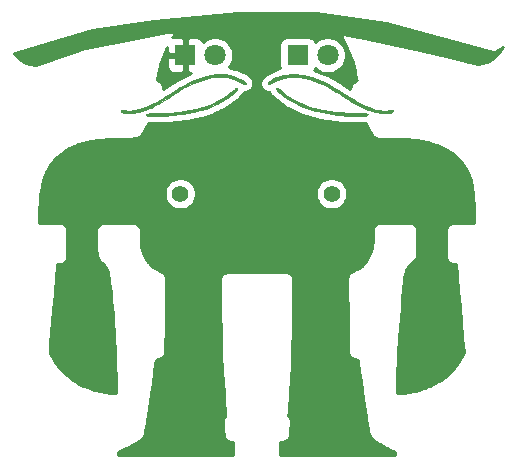
<source format=gbr>
G04 #@! TF.GenerationSoftware,KiCad,Pcbnew,5.1.4-e60b266~84~ubuntu18.04.1*
G04 #@! TF.CreationDate,2019-09-25T11:08:30-06:00*
G04 #@! TF.ProjectId,001,3030312e-6b69-4636-9164-5f7063625858,1*
G04 #@! TF.SameCoordinates,Original*
G04 #@! TF.FileFunction,Copper,L1,Top*
G04 #@! TF.FilePolarity,Positive*
%FSLAX46Y46*%
G04 Gerber Fmt 4.6, Leading zero omitted, Abs format (unit mm)*
G04 Created by KiCad (PCBNEW 5.1.4-e60b266~84~ubuntu18.04.1) date 2019-09-25 11:08:30*
%MOMM*%
%LPD*%
G04 APERTURE LIST*
%ADD10C,0.010000*%
%ADD11R,1.800000X1.800000*%
%ADD12C,1.800000*%
%ADD13C,1.400000*%
%ADD14C,0.685800*%
%ADD15C,0.254000*%
G04 APERTURE END LIST*
D10*
G36*
X135805412Y-92952132D02*
G01*
X135826855Y-92970840D01*
X135833988Y-92979302D01*
X135862751Y-93022285D01*
X135873846Y-93052624D01*
X135858108Y-93081772D01*
X135814288Y-93132501D01*
X135747508Y-93200132D01*
X135662887Y-93279980D01*
X135565544Y-93367366D01*
X135460600Y-93457606D01*
X135353174Y-93546018D01*
X135248387Y-93627920D01*
X135227943Y-93643297D01*
X135051397Y-93769026D01*
X134848750Y-93903211D01*
X134632927Y-94037900D01*
X134416853Y-94165142D01*
X134213451Y-94276986D01*
X134120159Y-94324839D01*
X133688015Y-94520473D01*
X133219872Y-94695080D01*
X132716617Y-94848408D01*
X132179138Y-94980205D01*
X131608320Y-95090217D01*
X131227751Y-95148818D01*
X130864950Y-95196567D01*
X130523871Y-95234817D01*
X130193532Y-95264307D01*
X129862950Y-95285776D01*
X129521142Y-95299963D01*
X129157127Y-95307609D01*
X128841210Y-95309514D01*
X128661066Y-95309482D01*
X128518467Y-95308990D01*
X128408622Y-95307739D01*
X128326742Y-95305430D01*
X128268039Y-95301762D01*
X128227722Y-95296437D01*
X128201003Y-95289155D01*
X128183093Y-95279617D01*
X128169202Y-95267522D01*
X128169168Y-95267488D01*
X128131773Y-95213091D01*
X128135926Y-95165866D01*
X128156772Y-95141992D01*
X128183153Y-95134269D01*
X128244058Y-95126972D01*
X128340911Y-95120023D01*
X128475135Y-95113346D01*
X128648152Y-95106863D01*
X128861387Y-95100497D01*
X128980286Y-95097415D01*
X129365994Y-95086236D01*
X129715362Y-95072592D01*
X130034332Y-95056044D01*
X130328849Y-95036155D01*
X130604857Y-95012489D01*
X130868300Y-94984608D01*
X131125121Y-94952075D01*
X131301835Y-94926647D01*
X131846540Y-94833469D01*
X132356210Y-94722685D01*
X132834982Y-94592741D01*
X133286993Y-94442084D01*
X133716377Y-94269163D01*
X134127273Y-94072424D01*
X134523816Y-93850314D01*
X134910143Y-93601281D01*
X135000539Y-93538228D01*
X135086539Y-93474899D01*
X135192365Y-93393237D01*
X135305951Y-93302746D01*
X135415231Y-93212929D01*
X135439918Y-93192156D01*
X135552766Y-93097394D01*
X135638511Y-93027954D01*
X135701901Y-92981272D01*
X135747683Y-92954784D01*
X135780604Y-92945926D01*
X135805412Y-92952132D01*
X135805412Y-92952132D01*
G37*
X135805412Y-92952132D02*
X135826855Y-92970840D01*
X135833988Y-92979302D01*
X135862751Y-93022285D01*
X135873846Y-93052624D01*
X135858108Y-93081772D01*
X135814288Y-93132501D01*
X135747508Y-93200132D01*
X135662887Y-93279980D01*
X135565544Y-93367366D01*
X135460600Y-93457606D01*
X135353174Y-93546018D01*
X135248387Y-93627920D01*
X135227943Y-93643297D01*
X135051397Y-93769026D01*
X134848750Y-93903211D01*
X134632927Y-94037900D01*
X134416853Y-94165142D01*
X134213451Y-94276986D01*
X134120159Y-94324839D01*
X133688015Y-94520473D01*
X133219872Y-94695080D01*
X132716617Y-94848408D01*
X132179138Y-94980205D01*
X131608320Y-95090217D01*
X131227751Y-95148818D01*
X130864950Y-95196567D01*
X130523871Y-95234817D01*
X130193532Y-95264307D01*
X129862950Y-95285776D01*
X129521142Y-95299963D01*
X129157127Y-95307609D01*
X128841210Y-95309514D01*
X128661066Y-95309482D01*
X128518467Y-95308990D01*
X128408622Y-95307739D01*
X128326742Y-95305430D01*
X128268039Y-95301762D01*
X128227722Y-95296437D01*
X128201003Y-95289155D01*
X128183093Y-95279617D01*
X128169202Y-95267522D01*
X128169168Y-95267488D01*
X128131773Y-95213091D01*
X128135926Y-95165866D01*
X128156772Y-95141992D01*
X128183153Y-95134269D01*
X128244058Y-95126972D01*
X128340911Y-95120023D01*
X128475135Y-95113346D01*
X128648152Y-95106863D01*
X128861387Y-95100497D01*
X128980286Y-95097415D01*
X129365994Y-95086236D01*
X129715362Y-95072592D01*
X130034332Y-95056044D01*
X130328849Y-95036155D01*
X130604857Y-95012489D01*
X130868300Y-94984608D01*
X131125121Y-94952075D01*
X131301835Y-94926647D01*
X131846540Y-94833469D01*
X132356210Y-94722685D01*
X132834982Y-94592741D01*
X133286993Y-94442084D01*
X133716377Y-94269163D01*
X134127273Y-94072424D01*
X134523816Y-93850314D01*
X134910143Y-93601281D01*
X135000539Y-93538228D01*
X135086539Y-93474899D01*
X135192365Y-93393237D01*
X135305951Y-93302746D01*
X135415231Y-93212929D01*
X135439918Y-93192156D01*
X135552766Y-93097394D01*
X135638511Y-93027954D01*
X135701901Y-92981272D01*
X135747683Y-92954784D01*
X135780604Y-92945926D01*
X135805412Y-92952132D01*
G36*
X139263826Y-92945721D02*
G01*
X139309093Y-92969772D01*
X139370484Y-93013302D01*
X139452467Y-93078899D01*
X139559514Y-93169152D01*
X139613925Y-93215810D01*
X139985930Y-93510400D01*
X140390835Y-93783779D01*
X140823456Y-94033227D01*
X141278612Y-94256023D01*
X141751122Y-94449449D01*
X142235801Y-94610784D01*
X142315711Y-94633885D01*
X142720090Y-94737300D01*
X143159260Y-94829236D01*
X143627063Y-94908948D01*
X144117340Y-94975689D01*
X144623934Y-95028716D01*
X145140686Y-95067284D01*
X145661437Y-95090647D01*
X146152897Y-95098079D01*
X146308163Y-95098584D01*
X146452517Y-95099967D01*
X146579640Y-95102096D01*
X146683212Y-95104839D01*
X146756916Y-95108063D01*
X146793940Y-95111534D01*
X146859261Y-95136985D01*
X146886859Y-95176875D01*
X146874970Y-95226663D01*
X146850534Y-95257046D01*
X146797759Y-95309821D01*
X146093005Y-95306750D01*
X145907559Y-95305415D01*
X145720936Y-95303109D01*
X145541220Y-95300001D01*
X145376492Y-95296262D01*
X145234834Y-95292060D01*
X145124328Y-95287564D01*
X145091918Y-95285797D01*
X144695446Y-95255584D01*
X144281575Y-95212375D01*
X143860997Y-95157766D01*
X143444402Y-95093353D01*
X143042482Y-95020730D01*
X142665926Y-94941494D01*
X142467251Y-94894110D01*
X141934560Y-94741041D01*
X141419251Y-94553283D01*
X140924173Y-94332275D01*
X140452175Y-94079459D01*
X140006106Y-93796274D01*
X139588814Y-93484160D01*
X139451312Y-93369404D01*
X139331719Y-93263739D01*
X139244407Y-93178815D01*
X139186992Y-93111075D01*
X139157092Y-93056961D01*
X139152321Y-93012915D01*
X139170296Y-92975378D01*
X139180068Y-92964555D01*
X139203783Y-92945701D01*
X139230212Y-92938560D01*
X139263826Y-92945721D01*
X139263826Y-92945721D01*
G37*
X139263826Y-92945721D02*
X139309093Y-92969772D01*
X139370484Y-93013302D01*
X139452467Y-93078899D01*
X139559514Y-93169152D01*
X139613925Y-93215810D01*
X139985930Y-93510400D01*
X140390835Y-93783779D01*
X140823456Y-94033227D01*
X141278612Y-94256023D01*
X141751122Y-94449449D01*
X142235801Y-94610784D01*
X142315711Y-94633885D01*
X142720090Y-94737300D01*
X143159260Y-94829236D01*
X143627063Y-94908948D01*
X144117340Y-94975689D01*
X144623934Y-95028716D01*
X145140686Y-95067284D01*
X145661437Y-95090647D01*
X146152897Y-95098079D01*
X146308163Y-95098584D01*
X146452517Y-95099967D01*
X146579640Y-95102096D01*
X146683212Y-95104839D01*
X146756916Y-95108063D01*
X146793940Y-95111534D01*
X146859261Y-95136985D01*
X146886859Y-95176875D01*
X146874970Y-95226663D01*
X146850534Y-95257046D01*
X146797759Y-95309821D01*
X146093005Y-95306750D01*
X145907559Y-95305415D01*
X145720936Y-95303109D01*
X145541220Y-95300001D01*
X145376492Y-95296262D01*
X145234834Y-95292060D01*
X145124328Y-95287564D01*
X145091918Y-95285797D01*
X144695446Y-95255584D01*
X144281575Y-95212375D01*
X143860997Y-95157766D01*
X143444402Y-95093353D01*
X143042482Y-95020730D01*
X142665926Y-94941494D01*
X142467251Y-94894110D01*
X141934560Y-94741041D01*
X141419251Y-94553283D01*
X140924173Y-94332275D01*
X140452175Y-94079459D01*
X140006106Y-93796274D01*
X139588814Y-93484160D01*
X139451312Y-93369404D01*
X139331719Y-93263739D01*
X139244407Y-93178815D01*
X139186992Y-93111075D01*
X139157092Y-93056961D01*
X139152321Y-93012915D01*
X139170296Y-92975378D01*
X139180068Y-92964555D01*
X139203783Y-92945701D01*
X139230212Y-92938560D01*
X139263826Y-92945721D01*
G36*
X134804942Y-91798914D02*
G01*
X135175642Y-91852088D01*
X135533274Y-91942640D01*
X135878768Y-92070544D01*
X136090090Y-92170024D01*
X136266071Y-92265446D01*
X136404756Y-92352704D01*
X136505405Y-92431155D01*
X136567278Y-92500155D01*
X136589635Y-92559058D01*
X136579805Y-92596574D01*
X136547937Y-92628324D01*
X136503079Y-92636479D01*
X136440297Y-92619891D01*
X136354658Y-92577412D01*
X136265418Y-92523408D01*
X135942827Y-92342976D01*
X135598799Y-92197118D01*
X135239482Y-92088294D01*
X135100483Y-92057218D01*
X134991205Y-92041073D01*
X134849041Y-92028905D01*
X134683249Y-92020717D01*
X134503089Y-92016512D01*
X134317821Y-92016295D01*
X134136705Y-92020069D01*
X133969000Y-92027838D01*
X133823966Y-92039605D01*
X133710862Y-92055375D01*
X133704251Y-92056654D01*
X133220260Y-92170936D01*
X132727607Y-92323026D01*
X132232047Y-92510931D01*
X131739339Y-92732659D01*
X131708995Y-92747484D01*
X131591471Y-92805437D01*
X131486696Y-92857964D01*
X131390379Y-92907632D01*
X131298230Y-92957005D01*
X131205958Y-93008649D01*
X131109271Y-93065130D01*
X131003880Y-93129011D01*
X130885493Y-93202860D01*
X130749819Y-93289241D01*
X130592568Y-93390719D01*
X130409449Y-93509860D01*
X130196171Y-93649229D01*
X130148251Y-93680585D01*
X129854867Y-93871009D01*
X129591061Y-94038475D01*
X129352397Y-94185221D01*
X129134436Y-94313487D01*
X128932741Y-94425512D01*
X128742874Y-94523536D01*
X128560397Y-94609797D01*
X128380871Y-94686537D01*
X128199861Y-94755993D01*
X128012927Y-94820406D01*
X127815632Y-94882015D01*
X127701024Y-94915537D01*
X127505317Y-94966361D01*
X127300611Y-95010084D01*
X127095509Y-95045515D01*
X126898613Y-95071465D01*
X126718525Y-95086745D01*
X126563848Y-95090165D01*
X126475835Y-95084924D01*
X126338318Y-95065416D01*
X126212985Y-95038944D01*
X126111563Y-95008249D01*
X126068897Y-94989887D01*
X126015435Y-94956326D01*
X125992484Y-94920513D01*
X125989001Y-94888649D01*
X125996295Y-94831613D01*
X126021860Y-94799751D01*
X126071223Y-94791320D01*
X126149908Y-94804578D01*
X126206396Y-94820101D01*
X126333531Y-94846832D01*
X126490869Y-94862721D01*
X126667686Y-94867748D01*
X126853258Y-94861894D01*
X127036862Y-94845140D01*
X127185792Y-94821848D01*
X127499513Y-94749406D01*
X127832074Y-94650609D01*
X128172533Y-94529193D01*
X128509952Y-94388890D01*
X128666585Y-94316429D01*
X128790423Y-94255808D01*
X128909396Y-94194441D01*
X129029147Y-94128986D01*
X129155315Y-94056102D01*
X129293543Y-93972447D01*
X129449471Y-93874680D01*
X129628742Y-93759459D01*
X129836995Y-93623442D01*
X129841335Y-93620592D01*
X130135566Y-93428149D01*
X130399082Y-93257804D01*
X130635823Y-93107345D01*
X130849732Y-92974558D01*
X131044748Y-92857233D01*
X131224814Y-92753156D01*
X131393871Y-92660114D01*
X131555860Y-92575897D01*
X131714723Y-92498290D01*
X131874400Y-92425082D01*
X132038833Y-92354060D01*
X132211964Y-92283012D01*
X132254335Y-92266074D01*
X132722938Y-92094502D01*
X133172903Y-91960445D01*
X133605157Y-91863881D01*
X134020629Y-91804787D01*
X134420248Y-91783139D01*
X134804942Y-91798914D01*
X134804942Y-91798914D01*
G37*
X134804942Y-91798914D02*
X135175642Y-91852088D01*
X135533274Y-91942640D01*
X135878768Y-92070544D01*
X136090090Y-92170024D01*
X136266071Y-92265446D01*
X136404756Y-92352704D01*
X136505405Y-92431155D01*
X136567278Y-92500155D01*
X136589635Y-92559058D01*
X136579805Y-92596574D01*
X136547937Y-92628324D01*
X136503079Y-92636479D01*
X136440297Y-92619891D01*
X136354658Y-92577412D01*
X136265418Y-92523408D01*
X135942827Y-92342976D01*
X135598799Y-92197118D01*
X135239482Y-92088294D01*
X135100483Y-92057218D01*
X134991205Y-92041073D01*
X134849041Y-92028905D01*
X134683249Y-92020717D01*
X134503089Y-92016512D01*
X134317821Y-92016295D01*
X134136705Y-92020069D01*
X133969000Y-92027838D01*
X133823966Y-92039605D01*
X133710862Y-92055375D01*
X133704251Y-92056654D01*
X133220260Y-92170936D01*
X132727607Y-92323026D01*
X132232047Y-92510931D01*
X131739339Y-92732659D01*
X131708995Y-92747484D01*
X131591471Y-92805437D01*
X131486696Y-92857964D01*
X131390379Y-92907632D01*
X131298230Y-92957005D01*
X131205958Y-93008649D01*
X131109271Y-93065130D01*
X131003880Y-93129011D01*
X130885493Y-93202860D01*
X130749819Y-93289241D01*
X130592568Y-93390719D01*
X130409449Y-93509860D01*
X130196171Y-93649229D01*
X130148251Y-93680585D01*
X129854867Y-93871009D01*
X129591061Y-94038475D01*
X129352397Y-94185221D01*
X129134436Y-94313487D01*
X128932741Y-94425512D01*
X128742874Y-94523536D01*
X128560397Y-94609797D01*
X128380871Y-94686537D01*
X128199861Y-94755993D01*
X128012927Y-94820406D01*
X127815632Y-94882015D01*
X127701024Y-94915537D01*
X127505317Y-94966361D01*
X127300611Y-95010084D01*
X127095509Y-95045515D01*
X126898613Y-95071465D01*
X126718525Y-95086745D01*
X126563848Y-95090165D01*
X126475835Y-95084924D01*
X126338318Y-95065416D01*
X126212985Y-95038944D01*
X126111563Y-95008249D01*
X126068897Y-94989887D01*
X126015435Y-94956326D01*
X125992484Y-94920513D01*
X125989001Y-94888649D01*
X125996295Y-94831613D01*
X126021860Y-94799751D01*
X126071223Y-94791320D01*
X126149908Y-94804578D01*
X126206396Y-94820101D01*
X126333531Y-94846832D01*
X126490869Y-94862721D01*
X126667686Y-94867748D01*
X126853258Y-94861894D01*
X127036862Y-94845140D01*
X127185792Y-94821848D01*
X127499513Y-94749406D01*
X127832074Y-94650609D01*
X128172533Y-94529193D01*
X128509952Y-94388890D01*
X128666585Y-94316429D01*
X128790423Y-94255808D01*
X128909396Y-94194441D01*
X129029147Y-94128986D01*
X129155315Y-94056102D01*
X129293543Y-93972447D01*
X129449471Y-93874680D01*
X129628742Y-93759459D01*
X129836995Y-93623442D01*
X129841335Y-93620592D01*
X130135566Y-93428149D01*
X130399082Y-93257804D01*
X130635823Y-93107345D01*
X130849732Y-92974558D01*
X131044748Y-92857233D01*
X131224814Y-92753156D01*
X131393871Y-92660114D01*
X131555860Y-92575897D01*
X131714723Y-92498290D01*
X131874400Y-92425082D01*
X132038833Y-92354060D01*
X132211964Y-92283012D01*
X132254335Y-92266074D01*
X132722938Y-92094502D01*
X133172903Y-91960445D01*
X133605157Y-91863881D01*
X134020629Y-91804787D01*
X134420248Y-91783139D01*
X134804942Y-91798914D01*
G36*
X140794648Y-91807648D02*
G01*
X140950952Y-91809821D01*
X141082064Y-91814532D01*
X141196552Y-91822734D01*
X141302985Y-91835382D01*
X141409931Y-91853430D01*
X141525958Y-91877832D01*
X141659635Y-91909543D01*
X141768751Y-91936714D01*
X142159948Y-92048518D01*
X142570201Y-92191369D01*
X142992802Y-92362730D01*
X143421042Y-92560058D01*
X143440918Y-92569793D01*
X143578167Y-92638131D01*
X143706632Y-92704394D01*
X143831474Y-92771655D01*
X143957855Y-92842986D01*
X144090938Y-92921460D01*
X144235885Y-93010149D01*
X144397858Y-93112125D01*
X144582018Y-93230461D01*
X144793530Y-93368230D01*
X144902829Y-93439893D01*
X145132280Y-93590153D01*
X145331113Y-93719300D01*
X145503742Y-93829986D01*
X145654582Y-93924864D01*
X145788046Y-94006588D01*
X145908549Y-94077812D01*
X146020504Y-94141188D01*
X146128327Y-94199369D01*
X146236431Y-94255009D01*
X146349230Y-94310762D01*
X146361918Y-94316920D01*
X146691119Y-94466139D01*
X147016011Y-94593287D01*
X147332945Y-94697598D01*
X147638273Y-94778302D01*
X147928347Y-94834633D01*
X148199518Y-94865822D01*
X148448138Y-94871101D01*
X148670560Y-94849703D01*
X148780964Y-94826136D01*
X148892393Y-94801259D01*
X148969445Y-94795535D01*
X149015891Y-94809772D01*
X149035504Y-94844776D01*
X149035478Y-94880526D01*
X149008929Y-94944106D01*
X148945567Y-94994795D01*
X148844593Y-95032821D01*
X148705208Y-95058408D01*
X148526616Y-95071782D01*
X148352429Y-95073816D01*
X148235253Y-95072169D01*
X148128466Y-95069787D01*
X148041450Y-95066941D01*
X147983586Y-95063907D01*
X147970585Y-95062687D01*
X147757727Y-95026951D01*
X147517559Y-94970797D01*
X147258229Y-94896932D01*
X146987885Y-94808063D01*
X146714676Y-94706897D01*
X146446750Y-94596141D01*
X146192256Y-94478501D01*
X146151932Y-94458522D01*
X146067808Y-94416038D01*
X145990183Y-94375762D01*
X145914879Y-94335149D01*
X145837719Y-94291655D01*
X145754524Y-94242732D01*
X145661117Y-94185837D01*
X145553319Y-94118423D01*
X145426954Y-94037946D01*
X145277842Y-93941858D01*
X145101806Y-93827616D01*
X144894668Y-93692673D01*
X144890835Y-93690173D01*
X144648579Y-93532627D01*
X144437121Y-93396229D01*
X144252180Y-93278425D01*
X144089475Y-93176664D01*
X143944728Y-93088390D01*
X143813658Y-93011052D01*
X143691986Y-92942097D01*
X143575431Y-92878970D01*
X143459715Y-92819119D01*
X143340556Y-92759991D01*
X143292751Y-92736828D01*
X142810968Y-92519151D01*
X142347125Y-92339086D01*
X141900322Y-92196336D01*
X141469658Y-92090603D01*
X141176085Y-92038273D01*
X141023244Y-92020926D01*
X140844841Y-92009491D01*
X140654106Y-92004108D01*
X140464270Y-92004914D01*
X140288561Y-92012050D01*
X140140211Y-92025654D01*
X140128335Y-92027245D01*
X139836180Y-92079667D01*
X139551225Y-92153897D01*
X139282690Y-92246882D01*
X139039798Y-92355570D01*
X138897402Y-92434797D01*
X138774661Y-92509285D01*
X138682262Y-92563972D01*
X138614733Y-92601627D01*
X138566601Y-92625019D01*
X138532393Y-92636918D01*
X138506636Y-92640091D01*
X138493699Y-92639066D01*
X138460432Y-92626462D01*
X138447172Y-92592962D01*
X138445585Y-92558247D01*
X138448807Y-92519795D01*
X138462947Y-92487011D01*
X138494716Y-92451443D01*
X138550825Y-92404636D01*
X138593751Y-92371602D01*
X138700208Y-92299285D01*
X138835357Y-92220360D01*
X138987442Y-92140706D01*
X139144706Y-92066204D01*
X139295391Y-92002733D01*
X139419251Y-91958778D01*
X139564645Y-91914885D01*
X139692067Y-91880233D01*
X139809790Y-91853764D01*
X139926090Y-91834419D01*
X140049240Y-91821137D01*
X140187516Y-91812861D01*
X140349190Y-91808531D01*
X140542539Y-91807087D01*
X140604585Y-91807057D01*
X140794648Y-91807648D01*
X140794648Y-91807648D01*
G37*
X140794648Y-91807648D02*
X140950952Y-91809821D01*
X141082064Y-91814532D01*
X141196552Y-91822734D01*
X141302985Y-91835382D01*
X141409931Y-91853430D01*
X141525958Y-91877832D01*
X141659635Y-91909543D01*
X141768751Y-91936714D01*
X142159948Y-92048518D01*
X142570201Y-92191369D01*
X142992802Y-92362730D01*
X143421042Y-92560058D01*
X143440918Y-92569793D01*
X143578167Y-92638131D01*
X143706632Y-92704394D01*
X143831474Y-92771655D01*
X143957855Y-92842986D01*
X144090938Y-92921460D01*
X144235885Y-93010149D01*
X144397858Y-93112125D01*
X144582018Y-93230461D01*
X144793530Y-93368230D01*
X144902829Y-93439893D01*
X145132280Y-93590153D01*
X145331113Y-93719300D01*
X145503742Y-93829986D01*
X145654582Y-93924864D01*
X145788046Y-94006588D01*
X145908549Y-94077812D01*
X146020504Y-94141188D01*
X146128327Y-94199369D01*
X146236431Y-94255009D01*
X146349230Y-94310762D01*
X146361918Y-94316920D01*
X146691119Y-94466139D01*
X147016011Y-94593287D01*
X147332945Y-94697598D01*
X147638273Y-94778302D01*
X147928347Y-94834633D01*
X148199518Y-94865822D01*
X148448138Y-94871101D01*
X148670560Y-94849703D01*
X148780964Y-94826136D01*
X148892393Y-94801259D01*
X148969445Y-94795535D01*
X149015891Y-94809772D01*
X149035504Y-94844776D01*
X149035478Y-94880526D01*
X149008929Y-94944106D01*
X148945567Y-94994795D01*
X148844593Y-95032821D01*
X148705208Y-95058408D01*
X148526616Y-95071782D01*
X148352429Y-95073816D01*
X148235253Y-95072169D01*
X148128466Y-95069787D01*
X148041450Y-95066941D01*
X147983586Y-95063907D01*
X147970585Y-95062687D01*
X147757727Y-95026951D01*
X147517559Y-94970797D01*
X147258229Y-94896932D01*
X146987885Y-94808063D01*
X146714676Y-94706897D01*
X146446750Y-94596141D01*
X146192256Y-94478501D01*
X146151932Y-94458522D01*
X146067808Y-94416038D01*
X145990183Y-94375762D01*
X145914879Y-94335149D01*
X145837719Y-94291655D01*
X145754524Y-94242732D01*
X145661117Y-94185837D01*
X145553319Y-94118423D01*
X145426954Y-94037946D01*
X145277842Y-93941858D01*
X145101806Y-93827616D01*
X144894668Y-93692673D01*
X144890835Y-93690173D01*
X144648579Y-93532627D01*
X144437121Y-93396229D01*
X144252180Y-93278425D01*
X144089475Y-93176664D01*
X143944728Y-93088390D01*
X143813658Y-93011052D01*
X143691986Y-92942097D01*
X143575431Y-92878970D01*
X143459715Y-92819119D01*
X143340556Y-92759991D01*
X143292751Y-92736828D01*
X142810968Y-92519151D01*
X142347125Y-92339086D01*
X141900322Y-92196336D01*
X141469658Y-92090603D01*
X141176085Y-92038273D01*
X141023244Y-92020926D01*
X140844841Y-92009491D01*
X140654106Y-92004108D01*
X140464270Y-92004914D01*
X140288561Y-92012050D01*
X140140211Y-92025654D01*
X140128335Y-92027245D01*
X139836180Y-92079667D01*
X139551225Y-92153897D01*
X139282690Y-92246882D01*
X139039798Y-92355570D01*
X138897402Y-92434797D01*
X138774661Y-92509285D01*
X138682262Y-92563972D01*
X138614733Y-92601627D01*
X138566601Y-92625019D01*
X138532393Y-92636918D01*
X138506636Y-92640091D01*
X138493699Y-92639066D01*
X138460432Y-92626462D01*
X138447172Y-92592962D01*
X138445585Y-92558247D01*
X138448807Y-92519795D01*
X138462947Y-92487011D01*
X138494716Y-92451443D01*
X138550825Y-92404636D01*
X138593751Y-92371602D01*
X138700208Y-92299285D01*
X138835357Y-92220360D01*
X138987442Y-92140706D01*
X139144706Y-92066204D01*
X139295391Y-92002733D01*
X139419251Y-91958778D01*
X139564645Y-91914885D01*
X139692067Y-91880233D01*
X139809790Y-91853764D01*
X139926090Y-91834419D01*
X140049240Y-91821137D01*
X140187516Y-91812861D01*
X140349190Y-91808531D01*
X140542539Y-91807087D01*
X140604585Y-91807057D01*
X140794648Y-91807648D01*
D11*
X131445000Y-90170000D03*
D12*
X133985000Y-90170000D03*
X143510000Y-90170000D03*
D11*
X140970000Y-90170000D03*
D13*
X131038600Y-101904800D03*
X143838600Y-101904800D03*
D14*
X131064000Y-100177600D03*
D15*
G36*
X148488033Y-87424404D02*
G01*
X157548300Y-89886157D01*
X157567800Y-89889848D01*
X157592695Y-89890114D01*
X157617164Y-89885519D01*
X157640266Y-89876238D01*
X158360553Y-89501088D01*
X158313270Y-89563905D01*
X158167426Y-89745851D01*
X158022561Y-89914768D01*
X157879583Y-90069656D01*
X157736612Y-90212447D01*
X157670716Y-90273982D01*
X157603228Y-90334009D01*
X157537162Y-90389798D01*
X157472639Y-90441301D01*
X157409868Y-90488453D01*
X157349118Y-90531146D01*
X157290589Y-90569384D01*
X157234625Y-90603095D01*
X157181489Y-90632311D01*
X157135122Y-90655290D01*
X157064161Y-90685486D01*
X156965932Y-90721201D01*
X156839098Y-90761870D01*
X156687055Y-90805803D01*
X156512198Y-90852053D01*
X156316195Y-90900067D01*
X156225347Y-90920869D01*
X155452841Y-90732453D01*
X153903754Y-90351530D01*
X150931954Y-89614930D01*
X150927010Y-89613809D01*
X146609010Y-88724809D01*
X146604858Y-88724026D01*
X144826858Y-88419226D01*
X144811573Y-88417550D01*
X144786708Y-88418783D01*
X144762560Y-88424844D01*
X144740059Y-88435498D01*
X144720069Y-88450338D01*
X144703358Y-88468793D01*
X144690568Y-88490153D01*
X144682192Y-88513598D01*
X144678550Y-88538227D01*
X144679783Y-88563092D01*
X144685844Y-88587240D01*
X144696498Y-88609741D01*
X144768580Y-88729878D01*
X145044755Y-89357548D01*
X145045689Y-89359620D01*
X145348056Y-90014748D01*
X145623985Y-90792367D01*
X145824311Y-91518547D01*
X145949881Y-92246854D01*
X145956763Y-92296746D01*
X145943281Y-92303087D01*
X145940304Y-92304266D01*
X145939041Y-92305082D01*
X145934381Y-92307274D01*
X145920338Y-92312975D01*
X145903955Y-92321584D01*
X145887189Y-92329470D01*
X145874162Y-92337240D01*
X145830822Y-92360015D01*
X145828417Y-92361960D01*
X145817690Y-92367077D01*
X145765190Y-92406281D01*
X145712334Y-92445307D01*
X145692728Y-92466846D01*
X145664200Y-92489859D01*
X145629171Y-92531816D01*
X145592597Y-92572436D01*
X145572019Y-92607024D01*
X145548798Y-92636372D01*
X145522159Y-92688424D01*
X145494167Y-92739749D01*
X145487231Y-92761938D01*
X145480208Y-92774985D01*
X145468205Y-92814135D01*
X145465590Y-92820782D01*
X145458345Y-92846297D01*
X145450567Y-92871666D01*
X145449152Y-92878669D01*
X145448488Y-92881007D01*
X145446844Y-92885127D01*
X145445949Y-92889949D01*
X145437967Y-92918060D01*
X145435846Y-92944408D01*
X145435536Y-92946080D01*
X145429943Y-92973768D01*
X145429392Y-92979194D01*
X145428398Y-92984554D01*
X145425993Y-93012690D01*
X145425538Y-93017177D01*
X145253452Y-92904483D01*
X145253450Y-92904482D01*
X145144449Y-92833015D01*
X145144365Y-92832971D01*
X145142833Y-92831958D01*
X144931321Y-92694189D01*
X144931182Y-92694117D01*
X144927994Y-92692037D01*
X144743834Y-92573701D01*
X144743709Y-92573637D01*
X144738842Y-92570525D01*
X144576869Y-92468549D01*
X144576818Y-92468524D01*
X144569916Y-92464234D01*
X144424968Y-92375545D01*
X144424289Y-92375216D01*
X144423681Y-92374759D01*
X144416015Y-92370166D01*
X144282932Y-92291692D01*
X144281481Y-92291018D01*
X144280183Y-92290080D01*
X144272432Y-92285634D01*
X144146051Y-92214303D01*
X144144375Y-92213562D01*
X144142869Y-92212519D01*
X144135032Y-92208226D01*
X144010190Y-92140965D01*
X144009004Y-92140469D01*
X144007932Y-92139754D01*
X144000019Y-92135602D01*
X143871553Y-92069339D01*
X143871476Y-92069308D01*
X143871398Y-92069258D01*
X143863426Y-92065220D01*
X143726178Y-91996882D01*
X143726029Y-91996825D01*
X143722429Y-91995031D01*
X143702553Y-91985296D01*
X143699640Y-91984207D01*
X143696970Y-91982594D01*
X143688880Y-91978798D01*
X143260640Y-91781470D01*
X143250754Y-91778039D01*
X143241555Y-91773050D01*
X143233297Y-91769635D01*
X142810696Y-91598274D01*
X142799555Y-91594980D01*
X142789075Y-91589959D01*
X142780657Y-91586962D01*
X142381319Y-91447912D01*
X142400537Y-91424494D01*
X142459502Y-91314180D01*
X142465056Y-91295873D01*
X142531495Y-91362312D01*
X142782905Y-91530299D01*
X143062257Y-91646011D01*
X143358816Y-91705000D01*
X143661184Y-91705000D01*
X143957743Y-91646011D01*
X144237095Y-91530299D01*
X144488505Y-91362312D01*
X144702312Y-91148505D01*
X144870299Y-90897095D01*
X144986011Y-90617743D01*
X145045000Y-90321184D01*
X145045000Y-90018816D01*
X144986011Y-89722257D01*
X144870299Y-89442905D01*
X144702312Y-89191495D01*
X144488505Y-88977688D01*
X144237095Y-88809701D01*
X143957743Y-88693989D01*
X143661184Y-88635000D01*
X143358816Y-88635000D01*
X143062257Y-88693989D01*
X142782905Y-88809701D01*
X142531495Y-88977688D01*
X142465056Y-89044127D01*
X142459502Y-89025820D01*
X142400537Y-88915506D01*
X142321185Y-88818815D01*
X142224494Y-88739463D01*
X142114180Y-88680498D01*
X141994482Y-88644188D01*
X141870000Y-88631928D01*
X140070000Y-88631928D01*
X139945518Y-88644188D01*
X139825820Y-88680498D01*
X139715506Y-88739463D01*
X139618815Y-88818815D01*
X139539463Y-88915506D01*
X139480498Y-89025820D01*
X139444188Y-89145518D01*
X139431928Y-89270000D01*
X139431928Y-91070000D01*
X139444188Y-91194482D01*
X139469386Y-91277547D01*
X139396699Y-91297314D01*
X139392584Y-91298878D01*
X139388253Y-91299673D01*
X139379680Y-91302196D01*
X139234286Y-91346089D01*
X139224240Y-91350229D01*
X139213651Y-91352701D01*
X139205208Y-91355631D01*
X139081348Y-91399586D01*
X139068657Y-91405541D01*
X139055212Y-91409509D01*
X139046952Y-91412921D01*
X138896267Y-91476392D01*
X138887856Y-91480947D01*
X138878808Y-91484054D01*
X138870705Y-91487824D01*
X138713441Y-91562326D01*
X138706259Y-91566633D01*
X138698451Y-91569668D01*
X138690506Y-91573759D01*
X138538421Y-91653413D01*
X138529796Y-91659066D01*
X138520359Y-91663245D01*
X138512611Y-91667698D01*
X138377462Y-91746623D01*
X138363385Y-91756807D01*
X138348007Y-91764911D01*
X138340581Y-91769881D01*
X138234123Y-91842199D01*
X138222973Y-91851485D01*
X138210551Y-91859002D01*
X138203432Y-91864403D01*
X138160506Y-91897437D01*
X138154561Y-91903016D01*
X138147753Y-91907511D01*
X138140851Y-91913188D01*
X138084742Y-91959995D01*
X138054991Y-91990201D01*
X138023394Y-92018481D01*
X138017395Y-92025104D01*
X137985626Y-92060672D01*
X137964387Y-92089723D01*
X137940819Y-92116901D01*
X137927620Y-92140012D01*
X137911907Y-92161504D01*
X137896719Y-92194118D01*
X137878874Y-92225364D01*
X137875278Y-92233545D01*
X137861138Y-92266329D01*
X137850008Y-92301139D01*
X137836090Y-92334924D01*
X137831034Y-92360481D01*
X137823098Y-92385302D01*
X137818942Y-92421605D01*
X137811850Y-92457455D01*
X137811042Y-92466355D01*
X137807820Y-92504807D01*
X137808342Y-92541712D01*
X137805907Y-92578545D01*
X137806253Y-92587474D01*
X137807840Y-92622189D01*
X137813410Y-92660757D01*
X137816125Y-92699636D01*
X137822317Y-92722435D01*
X137825693Y-92745813D01*
X137838646Y-92782558D01*
X137848862Y-92820175D01*
X137852093Y-92828507D01*
X137865353Y-92862007D01*
X137870613Y-92872244D01*
X137874181Y-92883193D01*
X137899127Y-92927738D01*
X137922438Y-92973105D01*
X137929584Y-92982123D01*
X137935213Y-92992174D01*
X137968338Y-93031028D01*
X138000014Y-93071001D01*
X138008776Y-93078460D01*
X138016249Y-93087225D01*
X138056267Y-93118885D01*
X138095126Y-93151964D01*
X138105182Y-93157585D01*
X138114205Y-93164724D01*
X138159598Y-93188004D01*
X138204155Y-93212911D01*
X138215102Y-93216469D01*
X138225347Y-93221723D01*
X138233682Y-93224947D01*
X138266949Y-93237551D01*
X138289735Y-93243721D01*
X138311607Y-93252615D01*
X138349892Y-93260009D01*
X138387514Y-93270195D01*
X138411059Y-93271821D01*
X138434247Y-93276299D01*
X138443150Y-93277067D01*
X138456088Y-93278092D01*
X138492122Y-93277419D01*
X138512123Y-93278800D01*
X138527474Y-93276847D01*
X138558345Y-93276512D01*
X138569682Y-93303243D01*
X138592648Y-93358628D01*
X138595030Y-93363011D01*
X138595088Y-93363148D01*
X138595170Y-93363268D01*
X138596915Y-93366480D01*
X138626815Y-93420594D01*
X138660210Y-93469143D01*
X138693038Y-93518026D01*
X138697544Y-93523418D01*
X138697603Y-93523504D01*
X138697671Y-93523571D01*
X138698768Y-93524883D01*
X138756183Y-93592624D01*
X138775096Y-93610962D01*
X138791814Y-93631319D01*
X138798176Y-93637594D01*
X138885488Y-93722518D01*
X138893998Y-93729313D01*
X138901306Y-93737390D01*
X138907962Y-93743353D01*
X139027555Y-93849018D01*
X139031253Y-93851691D01*
X139034413Y-93854992D01*
X139041233Y-93860765D01*
X139178735Y-93975521D01*
X139189167Y-93982623D01*
X139198368Y-93991262D01*
X139205486Y-93996664D01*
X139622778Y-94308777D01*
X139639940Y-94319168D01*
X139655579Y-94331747D01*
X139663090Y-94336589D01*
X140109159Y-94619774D01*
X140126317Y-94628445D01*
X140142143Y-94639352D01*
X140149991Y-94643626D01*
X140621989Y-94896442D01*
X140639136Y-94903571D01*
X140655151Y-94912988D01*
X140663285Y-94916687D01*
X141158364Y-95137695D01*
X141175547Y-95143430D01*
X141191776Y-95151493D01*
X141200151Y-95154611D01*
X141715460Y-95342369D01*
X141732743Y-95346813D01*
X141749237Y-95353622D01*
X141757808Y-95356150D01*
X142290499Y-95509219D01*
X142300514Y-95511063D01*
X142310098Y-95514516D01*
X142318775Y-95516649D01*
X142517450Y-95564033D01*
X142521514Y-95564591D01*
X142525410Y-95565878D01*
X142534141Y-95567779D01*
X142910697Y-95647015D01*
X142915384Y-95647531D01*
X142919900Y-95648881D01*
X142928683Y-95650531D01*
X143330603Y-95723154D01*
X143334247Y-95723450D01*
X143337787Y-95724411D01*
X143346609Y-95725837D01*
X143763203Y-95790250D01*
X143766513Y-95790434D01*
X143769736Y-95791226D01*
X143778589Y-95792438D01*
X144199167Y-95847047D01*
X144202739Y-95847159D01*
X144206238Y-95847926D01*
X144215119Y-95848915D01*
X144628989Y-95892124D01*
X144633486Y-95892152D01*
X144637911Y-95892993D01*
X144646816Y-95893734D01*
X145043289Y-95923947D01*
X145045736Y-95923894D01*
X145048157Y-95924300D01*
X145057077Y-95924848D01*
X145089379Y-95926609D01*
X145089385Y-95926610D01*
X145089466Y-95926614D01*
X145089487Y-95926615D01*
X145089489Y-95926615D01*
X145098311Y-95927035D01*
X145208816Y-95931531D01*
X145208921Y-95931525D01*
X145215858Y-95931779D01*
X145357516Y-95935981D01*
X145357681Y-95935970D01*
X145361969Y-95936097D01*
X145526697Y-95939836D01*
X145526844Y-95939825D01*
X145530154Y-95939905D01*
X145709870Y-95943013D01*
X145710008Y-95943002D01*
X145713028Y-95943060D01*
X145899651Y-95945366D01*
X145899797Y-95945354D01*
X145902952Y-95945398D01*
X146088398Y-95946733D01*
X146088492Y-95946725D01*
X146090216Y-95946744D01*
X146743296Y-95949590D01*
X146748187Y-95961060D01*
X146754278Y-95977444D01*
X146761374Y-95991983D01*
X146767721Y-96006866D01*
X146776121Y-96022197D01*
X146837921Y-96148813D01*
X146841839Y-96158447D01*
X146852672Y-96179033D01*
X146862875Y-96199938D01*
X146868330Y-96208791D01*
X146946094Y-96356573D01*
X146947845Y-96360722D01*
X146961774Y-96386370D01*
X146975338Y-96412148D01*
X146977810Y-96415901D01*
X147047290Y-96543841D01*
X147047293Y-96543846D01*
X147082505Y-96608683D01*
X147082508Y-96608691D01*
X147149834Y-96732662D01*
X147149835Y-96732664D01*
X147231780Y-96883558D01*
X147261868Y-96940208D01*
X147285256Y-96968859D01*
X147306017Y-96999489D01*
X147327829Y-97021013D01*
X147347194Y-97044737D01*
X147375721Y-97068275D01*
X147402060Y-97094267D01*
X147427646Y-97111119D01*
X147451272Y-97130613D01*
X147483847Y-97148135D01*
X147514747Y-97168487D01*
X147543132Y-97180024D01*
X147570105Y-97194533D01*
X147605476Y-97205365D01*
X147639749Y-97219295D01*
X147669833Y-97225072D01*
X147699124Y-97234042D01*
X147735926Y-97237765D01*
X147772259Y-97244742D01*
X147836545Y-97244316D01*
X148180478Y-97245223D01*
X148180484Y-97245222D01*
X148493930Y-97246049D01*
X148493936Y-97246048D01*
X148740089Y-97246698D01*
X148740093Y-97246698D01*
X149084453Y-97247604D01*
X149366807Y-97250615D01*
X149640009Y-97257914D01*
X149906387Y-97269562D01*
X150166213Y-97285550D01*
X150419364Y-97305851D01*
X150665846Y-97330447D01*
X150905788Y-97359321D01*
X151139159Y-97392437D01*
X151365971Y-97429758D01*
X151586299Y-97471267D01*
X151800125Y-97516915D01*
X152007520Y-97566674D01*
X152208539Y-97620494D01*
X152403244Y-97678353D01*
X152591670Y-97740188D01*
X152773922Y-97805977D01*
X152950082Y-97875680D01*
X153120236Y-97949258D01*
X153284458Y-98026676D01*
X153442919Y-98107937D01*
X153595682Y-98192998D01*
X153742912Y-98281878D01*
X153884740Y-98374584D01*
X154021324Y-98471151D01*
X154152779Y-98571597D01*
X154279297Y-98676009D01*
X154400986Y-98784432D01*
X154517974Y-98896935D01*
X154630440Y-99013663D01*
X154738477Y-99134696D01*
X154842179Y-99260134D01*
X154942020Y-99390592D01*
X155067024Y-99566497D01*
X155181031Y-99740568D01*
X155230288Y-99821353D01*
X155278396Y-99904535D01*
X155323710Y-99987505D01*
X155366426Y-100070664D01*
X155406771Y-100154510D01*
X155444868Y-100239368D01*
X155480870Y-100325669D01*
X155514970Y-100413998D01*
X155547260Y-100504723D01*
X155577849Y-100598315D01*
X155606827Y-100695214D01*
X155634270Y-100795851D01*
X155660234Y-100900661D01*
X155684731Y-101009874D01*
X155707818Y-101124010D01*
X155729005Y-101240490D01*
X155768896Y-101499297D01*
X155803090Y-101779190D01*
X155832355Y-102085564D01*
X155857040Y-102420520D01*
X155877559Y-102785989D01*
X155894441Y-103185527D01*
X155910297Y-103620230D01*
X155910297Y-103620231D01*
X155928108Y-104108518D01*
X155937072Y-104354421D01*
X154257461Y-104354421D01*
X154223814Y-104351107D01*
X154190167Y-104354421D01*
X154089531Y-104364333D01*
X153960408Y-104403502D01*
X153841407Y-104467109D01*
X153737103Y-104552710D01*
X153651502Y-104657014D01*
X153587895Y-104776015D01*
X153548726Y-104905138D01*
X153535500Y-105039421D01*
X153538814Y-105073068D01*
X153538814Y-107155159D01*
X153535500Y-107188806D01*
X153548726Y-107323089D01*
X153587895Y-107452212D01*
X153651502Y-107571213D01*
X153737103Y-107675517D01*
X153841407Y-107761118D01*
X153960408Y-107824725D01*
X154089531Y-107863894D01*
X154190167Y-107873806D01*
X154223814Y-107877120D01*
X154257461Y-107873806D01*
X154399828Y-107873806D01*
X154399976Y-107876145D01*
X154399889Y-107879679D01*
X154402099Y-107909676D01*
X154404004Y-107939768D01*
X154404573Y-107943265D01*
X154468221Y-108807211D01*
X154468184Y-108809143D01*
X154470693Y-108840775D01*
X154473023Y-108872397D01*
X154473353Y-108874299D01*
X154565763Y-110039163D01*
X154565745Y-110040274D01*
X154568417Y-110072622D01*
X154570996Y-110105133D01*
X154571193Y-110106232D01*
X154679399Y-111416272D01*
X154679387Y-111417223D01*
X154682177Y-111449901D01*
X154684861Y-111482395D01*
X154685031Y-111483325D01*
X154795949Y-112782430D01*
X154795938Y-112783582D01*
X154798814Y-112815985D01*
X154801576Y-112848333D01*
X154801786Y-112849464D01*
X154902273Y-113981585D01*
X154902266Y-113983684D01*
X154905252Y-114015140D01*
X154908038Y-114046530D01*
X154908427Y-114048587D01*
X154985308Y-114858543D01*
X154985345Y-114862780D01*
X154988483Y-114891993D01*
X154991265Y-114921305D01*
X154992079Y-114925473D01*
X155014958Y-115138483D01*
X155015447Y-115150003D01*
X155018547Y-115171901D01*
X155020911Y-115193911D01*
X155023262Y-115205209D01*
X155034064Y-115281512D01*
X155034555Y-115289099D01*
X155035172Y-115292858D01*
X155035025Y-115293537D01*
X155027253Y-115321711D01*
X155015120Y-115358886D01*
X155000360Y-115398691D01*
X154951848Y-115511929D01*
X154889680Y-115637805D01*
X154812841Y-115777417D01*
X154722995Y-115926860D01*
X154621746Y-116082947D01*
X154510696Y-116242820D01*
X154391402Y-116403892D01*
X154265475Y-116563647D01*
X154134515Y-116719702D01*
X154000260Y-116869635D01*
X153864488Y-117011114D01*
X153727485Y-117143411D01*
X153631416Y-117229726D01*
X153529280Y-117316162D01*
X153422584Y-117401376D01*
X153311494Y-117485236D01*
X153196301Y-117567532D01*
X153077099Y-117648190D01*
X152954164Y-117727047D01*
X152827754Y-117803940D01*
X152698031Y-117878775D01*
X152565240Y-117951435D01*
X152429630Y-118021769D01*
X152291400Y-118089694D01*
X152150787Y-118155103D01*
X152007949Y-118217911D01*
X151863228Y-118277983D01*
X151716801Y-118335242D01*
X151568939Y-118389575D01*
X151419760Y-118440932D01*
X151269664Y-118489172D01*
X151118689Y-118534282D01*
X150967238Y-118576125D01*
X150815423Y-118614654D01*
X150663587Y-118649775D01*
X150511847Y-118681449D01*
X150360539Y-118709585D01*
X150209924Y-118734114D01*
X150060145Y-118755001D01*
X149911511Y-118772176D01*
X149764195Y-118785605D01*
X149618607Y-118795228D01*
X149474809Y-118801008D01*
X149415841Y-118801818D01*
X149415841Y-117569797D01*
X149418110Y-117167256D01*
X149424708Y-116749866D01*
X149435126Y-116328630D01*
X149448913Y-115916255D01*
X149465562Y-115525913D01*
X149484530Y-115170860D01*
X149505148Y-114865356D01*
X149527343Y-114615041D01*
X149578874Y-114065921D01*
X149579552Y-114062213D01*
X149582010Y-114032505D01*
X149584808Y-114002693D01*
X149584791Y-113998907D01*
X149643591Y-113288327D01*
X149644007Y-113285955D01*
X149646367Y-113254776D01*
X149648942Y-113223659D01*
X149648904Y-113221255D01*
X149709412Y-112421894D01*
X149709797Y-112419608D01*
X149711952Y-112388338D01*
X149714316Y-112357104D01*
X149714264Y-112354788D01*
X149768518Y-111567447D01*
X149768640Y-111566712D01*
X149770842Y-111533711D01*
X149773093Y-111501050D01*
X149773071Y-111500312D01*
X149805575Y-111013269D01*
X149838874Y-110549710D01*
X149871600Y-110137635D01*
X149904399Y-109774295D01*
X149937901Y-109456549D01*
X149972569Y-109181866D01*
X150008722Y-108947515D01*
X150047195Y-108746672D01*
X150065686Y-108665243D01*
X150085216Y-108588622D01*
X150104890Y-108519956D01*
X150124631Y-108458648D01*
X150144353Y-108404141D01*
X150164072Y-108355566D01*
X150183810Y-108312117D01*
X150203738Y-108272815D01*
X150224183Y-108236529D01*
X150245537Y-108202252D01*
X150268402Y-108168866D01*
X150293409Y-108135403D01*
X150321208Y-108101060D01*
X150349450Y-108068559D01*
X150432689Y-107980909D01*
X150565692Y-107847592D01*
X150565694Y-107847589D01*
X150633348Y-107779776D01*
X150633351Y-107779773D01*
X150796065Y-107616674D01*
X150796068Y-107616670D01*
X150863439Y-107549140D01*
X150889257Y-107527951D01*
X150910963Y-107501502D01*
X150911251Y-107501214D01*
X150932141Y-107475698D01*
X150974859Y-107423647D01*
X150975055Y-107423281D01*
X150975310Y-107422969D01*
X151006682Y-107364110D01*
X151038466Y-107304646D01*
X151038585Y-107304253D01*
X151038777Y-107303893D01*
X151058075Y-107240002D01*
X151077635Y-107175523D01*
X151077675Y-107175114D01*
X151077793Y-107174724D01*
X151084250Y-107108360D01*
X151087547Y-107074887D01*
X151087547Y-107074468D01*
X151090859Y-107040426D01*
X151087547Y-107007200D01*
X151087547Y-105073015D01*
X151090861Y-105039368D01*
X151077635Y-104905085D01*
X151038466Y-104775962D01*
X150974859Y-104656961D01*
X150889258Y-104552657D01*
X150784954Y-104467056D01*
X150665953Y-104403449D01*
X150536830Y-104364280D01*
X150436194Y-104354368D01*
X150402547Y-104351054D01*
X150368900Y-104354368D01*
X148047980Y-104354368D01*
X148014333Y-104351054D01*
X147980686Y-104354368D01*
X147880050Y-104364280D01*
X147750927Y-104403449D01*
X147631926Y-104467056D01*
X147527622Y-104552657D01*
X147442021Y-104656961D01*
X147378414Y-104775962D01*
X147339245Y-104905085D01*
X147326019Y-105039368D01*
X147329333Y-105073015D01*
X147329333Y-105729236D01*
X147327649Y-105845149D01*
X147322904Y-105954865D01*
X147315068Y-106062864D01*
X147304144Y-106169445D01*
X147290229Y-106274496D01*
X147273379Y-106377886D01*
X147253663Y-106479510D01*
X147231131Y-106579327D01*
X147205860Y-106677239D01*
X147177905Y-106773183D01*
X147147346Y-106867019D01*
X147114227Y-106958754D01*
X147078619Y-107048305D01*
X147040621Y-107135539D01*
X147000259Y-107220452D01*
X146957623Y-107302963D01*
X146912755Y-107383060D01*
X146865787Y-107460568D01*
X146816750Y-107535497D01*
X146765669Y-107607851D01*
X146712679Y-107677499D01*
X146657816Y-107744422D01*
X146601112Y-107808624D01*
X146542678Y-107870003D01*
X146482549Y-107928547D01*
X146420726Y-107984272D01*
X146357296Y-108037113D01*
X146292256Y-108087078D01*
X146225636Y-108134147D01*
X146157480Y-108178279D01*
X146087782Y-108219467D01*
X146010202Y-108261089D01*
X145929774Y-108302122D01*
X145753124Y-108392244D01*
X145753120Y-108392246D01*
X145696367Y-108421200D01*
X145696362Y-108421202D01*
X145600690Y-108470011D01*
X145590966Y-108473072D01*
X145540712Y-108500610D01*
X145519712Y-108511324D01*
X145511165Y-108516802D01*
X145472634Y-108537916D01*
X145454500Y-108553117D01*
X145434573Y-108565888D01*
X145402902Y-108596370D01*
X145369227Y-108624599D01*
X145354409Y-108643043D01*
X145337354Y-108659458D01*
X145312238Y-108695534D01*
X145284718Y-108729789D01*
X145273781Y-108750774D01*
X145260258Y-108770198D01*
X145242666Y-108810474D01*
X145222354Y-108849446D01*
X145215720Y-108872164D01*
X145206248Y-108893850D01*
X145196852Y-108936780D01*
X145184532Y-108978970D01*
X145182458Y-109002544D01*
X145177398Y-109025662D01*
X145176558Y-109069599D01*
X145175669Y-109079704D01*
X145175914Y-109103265D01*
X145174819Y-109160570D01*
X145176616Y-109170603D01*
X145184033Y-109882440D01*
X145191669Y-110615386D01*
X145200081Y-111422726D01*
X145207771Y-112160891D01*
X145215669Y-112918910D01*
X145223829Y-113702124D01*
X145232209Y-114506376D01*
X145239984Y-115252691D01*
X145239996Y-115316532D01*
X145247283Y-115353134D01*
X145251330Y-115390250D01*
X145260428Y-115419155D01*
X145266344Y-115448868D01*
X145280634Y-115483349D01*
X145291842Y-115518958D01*
X145306403Y-115545529D01*
X145318003Y-115573521D01*
X145338747Y-115604554D01*
X145356686Y-115637290D01*
X145376153Y-115660513D01*
X145392989Y-115685699D01*
X145419388Y-115712089D01*
X145443369Y-115740696D01*
X145466988Y-115759671D01*
X145488418Y-115781094D01*
X145519456Y-115801824D01*
X145548559Y-115825206D01*
X145575436Y-115839214D01*
X145600625Y-115856038D01*
X145635104Y-115870312D01*
X145668216Y-115887570D01*
X145697308Y-115896065D01*
X145725296Y-115907652D01*
X145761903Y-115914927D01*
X145797740Y-115925391D01*
X145861438Y-115930995D01*
X145983000Y-115942946D01*
X145983002Y-115942946D01*
X146056200Y-115950142D01*
X146087651Y-116167762D01*
X146087651Y-116167768D01*
X146200689Y-116949909D01*
X146200689Y-116949914D01*
X146313728Y-117732058D01*
X146313728Y-117732062D01*
X146426813Y-118514527D01*
X146426828Y-118514860D01*
X146431702Y-118548360D01*
X146436392Y-118580810D01*
X146436469Y-118581123D01*
X146607552Y-119756968D01*
X146607586Y-119757672D01*
X146612342Y-119789891D01*
X146617138Y-119822853D01*
X146617310Y-119823547D01*
X146765285Y-120826021D01*
X146765340Y-120827085D01*
X146770207Y-120859365D01*
X146774957Y-120891544D01*
X146775214Y-120892574D01*
X146883340Y-121609699D01*
X146883533Y-121612880D01*
X146888359Y-121642992D01*
X146892898Y-121673094D01*
X146893678Y-121676178D01*
X146947576Y-122012454D01*
X146950301Y-122034190D01*
X146952894Y-122045633D01*
X146954753Y-122057229D01*
X146960327Y-122078430D01*
X146968530Y-122114625D01*
X146974561Y-122143006D01*
X146975963Y-122147418D01*
X146976985Y-122151930D01*
X146980740Y-122163221D01*
X147000687Y-122225259D01*
X147010573Y-122256383D01*
X147011054Y-122257503D01*
X147011428Y-122258666D01*
X147020164Y-122278805D01*
X147021154Y-122283118D01*
X147041953Y-122329435D01*
X147050485Y-122349296D01*
X147051176Y-122350302D01*
X147058637Y-122367502D01*
X147060774Y-122371346D01*
X147062580Y-122375367D01*
X147074101Y-122395477D01*
X147075534Y-122399574D01*
X147091889Y-122427308D01*
X147107777Y-122455883D01*
X147110638Y-122459254D01*
X147122201Y-122479437D01*
X147124708Y-122482961D01*
X147126901Y-122486679D01*
X147140565Y-122505380D01*
X147141111Y-122506545D01*
X147152331Y-122521781D01*
X147180828Y-122561831D01*
X147183988Y-122564810D01*
X147199451Y-122585974D01*
X147200308Y-122586934D01*
X147201073Y-122587972D01*
X147222861Y-122612176D01*
X147266825Y-122661384D01*
X147267487Y-122661883D01*
X147281710Y-122678009D01*
X147284258Y-122680382D01*
X147286585Y-122682967D01*
X147308833Y-122703270D01*
X147348965Y-122740646D01*
X147366669Y-122758008D01*
X147373562Y-122763553D01*
X147380035Y-122769582D01*
X147399753Y-122784624D01*
X147440693Y-122817561D01*
X147455571Y-122830558D01*
X147466888Y-122838635D01*
X147477721Y-122847350D01*
X147494254Y-122858166D01*
X147537184Y-122888804D01*
X147549177Y-122898370D01*
X147564554Y-122908338D01*
X147579466Y-122918980D01*
X147592764Y-122926624D01*
X147639635Y-122957006D01*
X147649086Y-122964027D01*
X147667834Y-122975285D01*
X147686205Y-122987193D01*
X147696676Y-122992604D01*
X147749645Y-123024410D01*
X147756905Y-123029518D01*
X147778500Y-123041737D01*
X147799738Y-123054490D01*
X147807747Y-123058286D01*
X147871246Y-123094215D01*
X147878922Y-123099313D01*
X147900492Y-123110764D01*
X147921778Y-123122808D01*
X147930216Y-123126543D01*
X148141689Y-123238806D01*
X148147721Y-123242634D01*
X148171398Y-123254578D01*
X148194816Y-123267010D01*
X148201423Y-123269725D01*
X148470883Y-123405658D01*
X148472673Y-123406778D01*
X148500854Y-123420777D01*
X148529070Y-123435011D01*
X148531048Y-123435776D01*
X148812352Y-123575515D01*
X148812357Y-123575517D01*
X149078799Y-123707871D01*
X149240204Y-123788049D01*
X149240204Y-124057488D01*
X139504724Y-124057488D01*
X139504724Y-122919496D01*
X139561189Y-122919496D01*
X139562914Y-122919830D01*
X139628418Y-122919496D01*
X139660538Y-122919496D01*
X139662292Y-122919323D01*
X139697844Y-122919142D01*
X139729254Y-122912728D01*
X139761174Y-122909584D01*
X139795210Y-122899259D01*
X139830049Y-122892145D01*
X139859609Y-122879724D01*
X139890297Y-122870415D01*
X139921663Y-122853649D01*
X139954447Y-122839874D01*
X139981013Y-122821927D01*
X140009298Y-122806808D01*
X140036797Y-122784240D01*
X140066256Y-122764338D01*
X140088809Y-122741554D01*
X140113602Y-122721207D01*
X140136166Y-122693712D01*
X140161181Y-122668442D01*
X140178856Y-122641696D01*
X140199203Y-122616903D01*
X140215972Y-122585531D01*
X140235574Y-122555868D01*
X140247692Y-122526186D01*
X140262810Y-122497902D01*
X140273135Y-122463866D01*
X140286575Y-122430945D01*
X140292670Y-122399466D01*
X140301979Y-122368779D01*
X140305465Y-122333386D01*
X140305798Y-122331666D01*
X140308769Y-122299841D01*
X140315205Y-122234496D01*
X140315033Y-122232745D01*
X140335553Y-122012928D01*
X140335553Y-122012926D01*
X140359053Y-121761192D01*
X140359053Y-121761189D01*
X140382553Y-121509455D01*
X140382553Y-121509452D01*
X140406053Y-121257718D01*
X140409196Y-121224068D01*
X140405710Y-121190416D01*
X140405537Y-121156596D01*
X140398775Y-121123482D01*
X140395291Y-121089854D01*
X140385308Y-121057535D01*
X140378540Y-121024391D01*
X140365443Y-120993223D01*
X140355469Y-120960931D01*
X140339376Y-120931185D01*
X140326269Y-120899993D01*
X140307345Y-120871982D01*
X140291261Y-120842253D01*
X140269666Y-120816209D01*
X140250733Y-120788185D01*
X140226711Y-120764406D01*
X140205133Y-120738383D01*
X140178881Y-120717060D01*
X140177523Y-120715715D01*
X140206922Y-120340498D01*
X140251118Y-119816233D01*
X140251172Y-119815940D01*
X140253964Y-119782472D01*
X140256746Y-119749476D01*
X140256742Y-119749176D01*
X140289100Y-119361300D01*
X140289731Y-119357637D01*
X140291900Y-119327734D01*
X140294386Y-119297937D01*
X140294331Y-119294230D01*
X140316574Y-118987606D01*
X140317252Y-118983348D01*
X140319006Y-118954072D01*
X140321130Y-118924794D01*
X140321019Y-118920481D01*
X140335873Y-118672562D01*
X140352737Y-118394735D01*
X140380453Y-118018870D01*
X140400912Y-117745863D01*
X140401354Y-117743212D01*
X140403425Y-117712330D01*
X140405740Y-117681441D01*
X140405677Y-117678752D01*
X140425508Y-117383060D01*
X140425981Y-117380059D01*
X140427754Y-117349570D01*
X140429807Y-117318963D01*
X140429712Y-117315914D01*
X140473097Y-116569963D01*
X140473521Y-116567120D01*
X140475052Y-116536359D01*
X140476838Y-116505650D01*
X140476723Y-116502782D01*
X140494374Y-116148123D01*
X140494693Y-116145878D01*
X140496047Y-116114497D01*
X140497606Y-116083175D01*
X140497496Y-116080914D01*
X140512218Y-115739762D01*
X140512602Y-115736888D01*
X140513668Y-115706152D01*
X140514994Y-115675430D01*
X140514834Y-115672535D01*
X140525685Y-115359774D01*
X140526181Y-115355686D01*
X140526852Y-115326124D01*
X140527875Y-115296631D01*
X140527614Y-115292530D01*
X140533649Y-115026620D01*
X140533980Y-115023680D01*
X140534411Y-114993025D01*
X140535108Y-114962310D01*
X140534884Y-114959353D01*
X140555176Y-113516008D01*
X140555176Y-113516002D01*
X140575416Y-112075615D01*
X140595666Y-110635233D01*
X140615038Y-109257309D01*
X140618825Y-109218858D01*
X140612680Y-109156465D01*
X140607419Y-109094079D01*
X140606076Y-109089416D01*
X140605599Y-109084575D01*
X140587389Y-109024545D01*
X140570069Y-108964418D01*
X140567842Y-108960107D01*
X140566430Y-108955452D01*
X140536870Y-108900148D01*
X140508142Y-108844535D01*
X140505115Y-108840739D01*
X140502823Y-108836451D01*
X140463030Y-108787963D01*
X140424015Y-108739038D01*
X140420309Y-108735908D01*
X140417222Y-108732147D01*
X140368735Y-108692355D01*
X140320925Y-108651979D01*
X140316677Y-108649631D01*
X140312918Y-108646546D01*
X140257620Y-108616989D01*
X140202830Y-108586705D01*
X140198204Y-108585230D01*
X140193917Y-108582939D01*
X140133919Y-108564739D01*
X140074270Y-108545725D01*
X140069447Y-108545181D01*
X140064794Y-108543770D01*
X140002381Y-108537623D01*
X139940186Y-108530613D01*
X139901701Y-108533858D01*
X135111031Y-108533858D01*
X135072536Y-108530613D01*
X135010335Y-108537625D01*
X134947943Y-108543770D01*
X134943284Y-108545183D01*
X134938452Y-108545728D01*
X134878811Y-108564741D01*
X134818820Y-108582939D01*
X134814525Y-108585235D01*
X134809894Y-108586711D01*
X134755117Y-108616989D01*
X134699819Y-108646546D01*
X134696055Y-108649635D01*
X134691800Y-108651987D01*
X134643967Y-108692383D01*
X134595515Y-108732147D01*
X134592427Y-108735910D01*
X134588711Y-108739048D01*
X134549676Y-108788002D01*
X134509914Y-108836451D01*
X134507619Y-108840744D01*
X134504587Y-108844547D01*
X134475856Y-108900170D01*
X134446307Y-108955452D01*
X134444893Y-108960112D01*
X134442662Y-108964432D01*
X134425336Y-109024583D01*
X134407138Y-109084575D01*
X134406661Y-109089421D01*
X134405315Y-109094093D01*
X134400058Y-109156459D01*
X134393912Y-109218858D01*
X134397700Y-109257322D01*
X134417418Y-110657734D01*
X134436999Y-112048366D01*
X134456680Y-113446224D01*
X134475453Y-114779545D01*
X134475273Y-114781874D01*
X134475928Y-114813237D01*
X134476368Y-114844503D01*
X134476629Y-114846817D01*
X134481364Y-115073631D01*
X134481084Y-115077958D01*
X134482066Y-115107227D01*
X134482678Y-115136563D01*
X134483194Y-115140877D01*
X134490810Y-115367973D01*
X134490608Y-115371725D01*
X134491936Y-115401574D01*
X134492939Y-115431468D01*
X134493433Y-115435197D01*
X134503422Y-115659630D01*
X134503279Y-115662856D01*
X134504916Y-115693192D01*
X134506270Y-115723621D01*
X134506730Y-115726826D01*
X134518731Y-115949268D01*
X134518606Y-115953033D01*
X134520544Y-115982869D01*
X134522154Y-116012705D01*
X134522724Y-116016427D01*
X134555036Y-116513801D01*
X134554959Y-116517039D01*
X134557218Y-116547389D01*
X134559189Y-116577723D01*
X134559714Y-116580915D01*
X134595552Y-117062324D01*
X134595531Y-117063314D01*
X134598067Y-117096117D01*
X134600475Y-117128457D01*
X134600643Y-117129419D01*
X134638824Y-117623190D01*
X134675480Y-118124921D01*
X134704258Y-118599482D01*
X134714318Y-118821403D01*
X134720581Y-119022605D01*
X134720226Y-119037365D01*
X134721627Y-119056225D01*
X134722215Y-119075111D01*
X134724117Y-119089741D01*
X134760354Y-119577498D01*
X134760316Y-119579616D01*
X134762843Y-119611000D01*
X134765182Y-119642487D01*
X134765546Y-119644580D01*
X134814406Y-120251456D01*
X134850295Y-120714915D01*
X134827772Y-120732760D01*
X134805777Y-120758639D01*
X134781366Y-120782245D01*
X134762197Y-120809917D01*
X134740389Y-120835576D01*
X134723866Y-120865250D01*
X134704529Y-120893163D01*
X134691124Y-120924049D01*
X134674744Y-120953465D01*
X134664329Y-120985785D01*
X134650807Y-121016941D01*
X134643685Y-121049852D01*
X134633359Y-121081895D01*
X134629449Y-121115631D01*
X134622266Y-121148821D01*
X134621701Y-121182479D01*
X134617824Y-121215930D01*
X134620571Y-121249786D01*
X134620569Y-121249929D01*
X134623292Y-121283309D01*
X134628738Y-121350420D01*
X134628778Y-121350559D01*
X134646155Y-121563586D01*
X134666587Y-121814066D01*
X134686749Y-122061230D01*
X134700411Y-122228716D01*
X134699842Y-122234489D01*
X134705893Y-122295925D01*
X134708160Y-122323716D01*
X134709188Y-122329380D01*
X134713068Y-122368772D01*
X134721212Y-122395620D01*
X134726221Y-122423213D01*
X134740747Y-122460016D01*
X134752237Y-122497895D01*
X134765462Y-122522638D01*
X134775758Y-122548724D01*
X134797184Y-122581986D01*
X134815844Y-122616896D01*
X134833643Y-122638584D01*
X134848830Y-122662160D01*
X134876336Y-122690605D01*
X134901445Y-122721200D01*
X134923131Y-122738997D01*
X134942627Y-122759159D01*
X134975149Y-122781688D01*
X135005749Y-122806801D01*
X135030495Y-122820028D01*
X135053546Y-122835996D01*
X135089840Y-122851748D01*
X135124750Y-122870408D01*
X135151597Y-122878552D01*
X135177324Y-122889718D01*
X135215997Y-122898088D01*
X135253873Y-122909577D01*
X135281794Y-122912327D01*
X135309204Y-122918259D01*
X135348764Y-122918923D01*
X135354509Y-122919489D01*
X135382468Y-122919489D01*
X135444117Y-122920524D01*
X135449819Y-122919489D01*
X135507622Y-122919489D01*
X135507622Y-124057106D01*
X125772915Y-124057106D01*
X125774789Y-124010065D01*
X125772647Y-123996491D01*
X125772647Y-123785488D01*
X125962227Y-123692605D01*
X125962226Y-123692605D01*
X126233717Y-123559592D01*
X126233718Y-123559591D01*
X126446670Y-123455257D01*
X126448655Y-123454502D01*
X126477012Y-123440392D01*
X126505210Y-123426576D01*
X126507001Y-123425469D01*
X126672105Y-123343312D01*
X126676072Y-123341746D01*
X126702280Y-123328297D01*
X126728547Y-123315226D01*
X126732146Y-123312970D01*
X126887873Y-123233054D01*
X126892035Y-123231348D01*
X126917810Y-123217691D01*
X126943743Y-123204383D01*
X126947521Y-123201949D01*
X127087824Y-123127610D01*
X127092592Y-123125571D01*
X127117549Y-123111861D01*
X127142703Y-123098533D01*
X127147024Y-123095668D01*
X127268303Y-123029043D01*
X127274390Y-123026298D01*
X127297770Y-123012855D01*
X127321425Y-122999860D01*
X127326937Y-122996085D01*
X127426717Y-122938714D01*
X127435603Y-122934394D01*
X127455847Y-122921964D01*
X127476473Y-122910105D01*
X127484525Y-122904356D01*
X127564110Y-122855493D01*
X127580135Y-122846615D01*
X127592762Y-122837900D01*
X127605835Y-122829874D01*
X127620431Y-122818805D01*
X127682973Y-122775643D01*
X127708617Y-122758233D01*
X127710631Y-122756555D01*
X127712780Y-122755072D01*
X127721565Y-122747638D01*
X127736463Y-122738463D01*
X127772401Y-122705093D01*
X127784108Y-122695339D01*
X127787792Y-122691600D01*
X127789976Y-122689752D01*
X127791501Y-122687836D01*
X127797046Y-122682208D01*
X127810566Y-122669654D01*
X127820669Y-122658233D01*
X127830183Y-122648578D01*
X127850178Y-122629869D01*
X127854359Y-122624041D01*
X127855082Y-122623307D01*
X127857244Y-122620018D01*
X127888838Y-122575976D01*
X127927517Y-122522488D01*
X127928063Y-122521297D01*
X127928829Y-122520229D01*
X127956233Y-122459829D01*
X127969045Y-122431873D01*
X127969828Y-122430517D01*
X127970291Y-122429154D01*
X127983733Y-122399823D01*
X127991851Y-122365672D01*
X128002274Y-122335019D01*
X128002305Y-122334884D01*
X128002346Y-122334765D01*
X128010057Y-122301715D01*
X128020062Y-122258902D01*
X128023774Y-122246397D01*
X128027621Y-122226435D01*
X128032246Y-122206611D01*
X128033988Y-122193396D01*
X128066963Y-122022279D01*
X128068679Y-122016074D01*
X128073327Y-121989256D01*
X128078478Y-121962526D01*
X128079071Y-121956115D01*
X128126300Y-121683611D01*
X128127110Y-121680572D01*
X128132028Y-121650559D01*
X128137251Y-121620423D01*
X128137483Y-121617269D01*
X128197487Y-121251085D01*
X128198192Y-121248350D01*
X128202928Y-121217878D01*
X128207912Y-121187463D01*
X128208093Y-121184646D01*
X128367794Y-120157141D01*
X128368421Y-120154630D01*
X128372967Y-120123856D01*
X128377732Y-120093198D01*
X128377877Y-120090621D01*
X128561759Y-118845829D01*
X128562030Y-118844727D01*
X128566679Y-118812517D01*
X128571425Y-118780392D01*
X128571481Y-118779247D01*
X128692292Y-117942184D01*
X128692292Y-117942181D01*
X128812941Y-117106244D01*
X128812941Y-117106243D01*
X128933591Y-116270304D01*
X128933591Y-116270300D01*
X128978277Y-115960687D01*
X128991516Y-115958415D01*
X128991520Y-115958415D01*
X129081076Y-115943045D01*
X129081080Y-115943045D01*
X129176032Y-115926749D01*
X129215158Y-115923308D01*
X129274690Y-115905927D01*
X129334473Y-115889501D01*
X129339395Y-115887035D01*
X129344683Y-115885491D01*
X129399683Y-115856828D01*
X129455111Y-115829056D01*
X129459459Y-115825676D01*
X129464342Y-115823131D01*
X129512673Y-115784304D01*
X129561638Y-115746237D01*
X129565244Y-115742072D01*
X129569535Y-115738625D01*
X129609379Y-115691097D01*
X129649961Y-115644227D01*
X129652682Y-115639445D01*
X129656222Y-115635222D01*
X129686026Y-115580836D01*
X129716686Y-115526947D01*
X129718424Y-115521719D01*
X129721069Y-115516892D01*
X129739688Y-115457746D01*
X129759248Y-115398902D01*
X129759932Y-115393441D01*
X129761586Y-115388186D01*
X129768314Y-115326495D01*
X129776012Y-115265015D01*
X129773195Y-115225841D01*
X129781253Y-114455073D01*
X129781253Y-114455068D01*
X129789253Y-113689777D01*
X129789253Y-113689772D01*
X129797253Y-112924481D01*
X129797253Y-112924476D01*
X129805253Y-112159185D01*
X129805253Y-112159180D01*
X129813253Y-111393889D01*
X129813253Y-111393884D01*
X129821253Y-110628593D01*
X129821253Y-110628588D01*
X129829253Y-109863296D01*
X129829253Y-109863291D01*
X129836799Y-109141459D01*
X129839056Y-109083925D01*
X129832221Y-109040785D01*
X129828393Y-108997267D01*
X129821685Y-108974292D01*
X129817940Y-108950656D01*
X129802820Y-108909677D01*
X129790576Y-108867742D01*
X129779515Y-108846518D01*
X129771231Y-108824066D01*
X129748408Y-108786826D01*
X129728217Y-108748083D01*
X129713226Y-108729423D01*
X129700722Y-108709020D01*
X129671068Y-108676944D01*
X129643710Y-108642889D01*
X129625371Y-108627515D01*
X129609124Y-108609941D01*
X129573783Y-108584267D01*
X129540307Y-108556203D01*
X129489800Y-108528524D01*
X129336615Y-108438752D01*
X129336613Y-108438751D01*
X129262039Y-108395048D01*
X129262037Y-108395046D01*
X129207552Y-108363116D01*
X129203981Y-108361023D01*
X129203980Y-108361023D01*
X129071342Y-108283292D01*
X129071340Y-108283291D01*
X128972406Y-108225311D01*
X128887788Y-108173903D01*
X128810809Y-108123666D01*
X128736776Y-108071800D01*
X128665606Y-108018309D01*
X128597286Y-107963225D01*
X128531710Y-107906530D01*
X128468874Y-107848255D01*
X128408670Y-107788339D01*
X128350974Y-107726699D01*
X128295850Y-107663434D01*
X128243179Y-107598417D01*
X128192928Y-107531621D01*
X128145009Y-107462935D01*
X128099404Y-107392330D01*
X128056156Y-107319839D01*
X128015163Y-107245259D01*
X127976462Y-107168617D01*
X127940057Y-107089853D01*
X127905918Y-107008826D01*
X127874069Y-106925506D01*
X127844535Y-106839840D01*
X127817362Y-106751851D01*
X127792579Y-106661453D01*
X127770213Y-106568568D01*
X127750285Y-106473120D01*
X127732874Y-106375239D01*
X127718020Y-106274829D01*
X127705759Y-106171849D01*
X127696138Y-106066250D01*
X127689212Y-105958295D01*
X127685076Y-105847714D01*
X127683633Y-105730151D01*
X127683633Y-105073113D01*
X127686947Y-105039466D01*
X127673721Y-104905183D01*
X127634552Y-104776060D01*
X127570945Y-104657059D01*
X127485344Y-104552755D01*
X127381040Y-104467154D01*
X127262039Y-104403547D01*
X127132916Y-104364378D01*
X127032280Y-104354466D01*
X126998633Y-104351152D01*
X126964986Y-104354466D01*
X124643648Y-104354466D01*
X124610001Y-104351152D01*
X124576354Y-104354466D01*
X124475718Y-104364378D01*
X124346595Y-104403547D01*
X124227594Y-104467154D01*
X124123290Y-104552755D01*
X124037689Y-104657059D01*
X123974082Y-104776060D01*
X123934913Y-104905183D01*
X123921687Y-105039466D01*
X123925001Y-105073113D01*
X123925001Y-106029787D01*
X123924883Y-106031032D01*
X123925001Y-106063159D01*
X123925001Y-106095809D01*
X123925126Y-106097074D01*
X123926109Y-106364710D01*
X123925590Y-106371697D01*
X123926232Y-106398355D01*
X123926330Y-106424999D01*
X123927042Y-106431963D01*
X123931970Y-106636552D01*
X123931503Y-106648188D01*
X123932779Y-106670160D01*
X123933310Y-106692185D01*
X123934731Y-106703747D01*
X123938223Y-106763854D01*
X123938173Y-106776258D01*
X123940173Y-106797433D01*
X123941406Y-106818651D01*
X123943334Y-106830896D01*
X123948347Y-106883956D01*
X123949198Y-106901718D01*
X123951509Y-106917425D01*
X123953002Y-106933234D01*
X123956402Y-106950690D01*
X123964184Y-107003594D01*
X123966956Y-107027153D01*
X123969077Y-107036852D01*
X123970522Y-107046676D01*
X123976257Y-107069690D01*
X123988389Y-107125170D01*
X123994528Y-107154670D01*
X123995561Y-107157971D01*
X123996301Y-107161354D01*
X124003922Y-107184867D01*
X124004121Y-107186617D01*
X124024037Y-107248942D01*
X124033481Y-107279111D01*
X124034278Y-107280987D01*
X124034902Y-107282941D01*
X124046590Y-107310019D01*
X124047669Y-107314732D01*
X124065360Y-107354190D01*
X124073003Y-107372191D01*
X124074155Y-107373883D01*
X124084740Y-107398406D01*
X124087072Y-107402619D01*
X124089039Y-107407005D01*
X124101935Y-107429547D01*
X124103095Y-107432894D01*
X124116587Y-107455926D01*
X124133722Y-107486874D01*
X124136844Y-107490566D01*
X124150386Y-107514236D01*
X124152428Y-107517110D01*
X124154208Y-107520148D01*
X124171928Y-107544549D01*
X124208963Y-107596665D01*
X124211349Y-107598918D01*
X124224610Y-107617386D01*
X124225821Y-107618765D01*
X124226900Y-107620250D01*
X124247956Y-107643956D01*
X124279309Y-107679640D01*
X124294690Y-107698165D01*
X124301512Y-107704909D01*
X124307837Y-107712108D01*
X124325410Y-107728535D01*
X124354418Y-107757214D01*
X124368667Y-107772396D01*
X124378322Y-107780846D01*
X124387446Y-107789866D01*
X124403619Y-107802985D01*
X124496590Y-107884351D01*
X124543590Y-107927890D01*
X124587677Y-107975380D01*
X124639339Y-108038068D01*
X124692824Y-108110123D01*
X124743822Y-108186136D01*
X124788604Y-108260478D01*
X124823712Y-108326688D01*
X124846261Y-108377044D01*
X124856718Y-108407061D01*
X124874657Y-108471382D01*
X124896949Y-108566497D01*
X124921515Y-108687350D01*
X124947378Y-108830818D01*
X124973724Y-108992973D01*
X125028679Y-109379661D01*
X125083860Y-109831045D01*
X125138776Y-110342354D01*
X125192749Y-110906675D01*
X125245244Y-111518089D01*
X125295729Y-112170382D01*
X125343694Y-112857396D01*
X125388672Y-113573549D01*
X125430185Y-114313005D01*
X125467754Y-115069756D01*
X125500907Y-115838032D01*
X125529178Y-116612180D01*
X125552138Y-117387529D01*
X125565024Y-117882657D01*
X125565024Y-117882660D01*
X125578814Y-118412540D01*
X125578814Y-118412543D01*
X125588924Y-118800995D01*
X125523127Y-118799634D01*
X125350073Y-118789609D01*
X125167163Y-118772900D01*
X124976176Y-118749662D01*
X124778898Y-118720106D01*
X124576964Y-118684499D01*
X124371929Y-118643115D01*
X124165361Y-118596284D01*
X123958806Y-118544352D01*
X123753717Y-118487667D01*
X123551566Y-118426602D01*
X123353974Y-118361608D01*
X123162327Y-118293088D01*
X122978256Y-118221577D01*
X122803336Y-118147629D01*
X122637650Y-118071193D01*
X122557151Y-118030993D01*
X122473444Y-117986485D01*
X122388037Y-117938403D01*
X122304084Y-117888556D01*
X122123270Y-117773422D01*
X121942945Y-117648482D01*
X121761730Y-117513017D01*
X121581415Y-117368435D01*
X121403709Y-117216172D01*
X121230258Y-117057690D01*
X121062697Y-116894514D01*
X120902564Y-116728148D01*
X120751440Y-116560227D01*
X120610885Y-116392471D01*
X120480103Y-116223703D01*
X120422875Y-116144939D01*
X120367215Y-116064654D01*
X120315298Y-115985894D01*
X120267340Y-115909024D01*
X120223496Y-115834371D01*
X120181300Y-115757525D01*
X120099907Y-115603797D01*
X120010522Y-115434972D01*
X120010520Y-115434970D01*
X119963897Y-115346911D01*
X120033443Y-114575458D01*
X120033443Y-114575457D01*
X120118215Y-113635103D01*
X120118215Y-113635102D01*
X120202987Y-112694746D01*
X120202987Y-112694745D01*
X120281765Y-111820881D01*
X120281862Y-111820366D01*
X120284765Y-111787605D01*
X120287759Y-111754389D01*
X120287755Y-111753858D01*
X120414075Y-110328114D01*
X120414285Y-110326981D01*
X120417056Y-110294469D01*
X120419913Y-110262223D01*
X120419902Y-110261080D01*
X120523475Y-109045863D01*
X120523783Y-109044154D01*
X120526337Y-109012291D01*
X120529043Y-108980538D01*
X120529020Y-108978807D01*
X120598679Y-108109659D01*
X120599182Y-108106717D01*
X120601366Y-108076129D01*
X120603816Y-108045558D01*
X120603762Y-108042573D01*
X120615809Y-107873830D01*
X120755209Y-107873830D01*
X120788856Y-107877144D01*
X120822503Y-107873830D01*
X120923139Y-107863918D01*
X121052262Y-107824749D01*
X121171263Y-107761142D01*
X121275567Y-107675541D01*
X121361168Y-107571237D01*
X121424775Y-107452236D01*
X121463944Y-107323113D01*
X121472814Y-107233056D01*
X121473856Y-107222477D01*
X121473856Y-107222476D01*
X121477170Y-107188830D01*
X121473856Y-107155183D01*
X121473856Y-105073083D01*
X121477170Y-105039436D01*
X121463944Y-104905153D01*
X121424775Y-104776030D01*
X121361168Y-104657029D01*
X121275567Y-104552725D01*
X121171263Y-104467124D01*
X121052262Y-104403517D01*
X120923139Y-104364348D01*
X120822503Y-104354436D01*
X120788856Y-104351122D01*
X120755209Y-104354436D01*
X119086995Y-104354436D01*
X119087251Y-104223499D01*
X119087251Y-104223498D01*
X119087694Y-103997743D01*
X119089527Y-103734284D01*
X119093900Y-103481057D01*
X119100808Y-103236130D01*
X119110380Y-102999523D01*
X119122615Y-102770988D01*
X119137540Y-102550368D01*
X119155180Y-102337440D01*
X119175549Y-102132086D01*
X119198664Y-101934163D01*
X119220488Y-101773314D01*
X129703600Y-101773314D01*
X129703600Y-102036286D01*
X129754904Y-102294205D01*
X129855539Y-102537159D01*
X130001638Y-102755813D01*
X130187587Y-102941762D01*
X130406241Y-103087861D01*
X130649195Y-103188496D01*
X130907114Y-103239800D01*
X131170086Y-103239800D01*
X131428005Y-103188496D01*
X131670959Y-103087861D01*
X131889613Y-102941762D01*
X132075562Y-102755813D01*
X132221661Y-102537159D01*
X132322296Y-102294205D01*
X132373600Y-102036286D01*
X132373600Y-101773314D01*
X142503600Y-101773314D01*
X142503600Y-102036286D01*
X142554904Y-102294205D01*
X142655539Y-102537159D01*
X142801638Y-102755813D01*
X142987587Y-102941762D01*
X143206241Y-103087861D01*
X143449195Y-103188496D01*
X143707114Y-103239800D01*
X143970086Y-103239800D01*
X144228005Y-103188496D01*
X144470959Y-103087861D01*
X144689613Y-102941762D01*
X144875562Y-102755813D01*
X145021661Y-102537159D01*
X145122296Y-102294205D01*
X145173600Y-102036286D01*
X145173600Y-101773314D01*
X145122296Y-101515395D01*
X145021661Y-101272441D01*
X144875562Y-101053787D01*
X144689613Y-100867838D01*
X144470959Y-100721739D01*
X144228005Y-100621104D01*
X143970086Y-100569800D01*
X143707114Y-100569800D01*
X143449195Y-100621104D01*
X143206241Y-100721739D01*
X142987587Y-100867838D01*
X142801638Y-101053787D01*
X142655539Y-101272441D01*
X142554904Y-101515395D01*
X142503600Y-101773314D01*
X132373600Y-101773314D01*
X132322296Y-101515395D01*
X132221661Y-101272441D01*
X132075562Y-101053787D01*
X131889613Y-100867838D01*
X131670959Y-100721739D01*
X131428005Y-100621104D01*
X131170086Y-100569800D01*
X130907114Y-100569800D01*
X130649195Y-100621104D01*
X130406241Y-100721739D01*
X130187587Y-100867838D01*
X130001638Y-101053787D01*
X129855539Y-101272441D01*
X129754904Y-101515395D01*
X129703600Y-101773314D01*
X119220488Y-101773314D01*
X119224540Y-101743450D01*
X119253183Y-101559737D01*
X119284579Y-101382943D01*
X119318756Y-101212725D01*
X119355690Y-101048991D01*
X119395384Y-100891462D01*
X119437844Y-100739882D01*
X119483062Y-100594038D01*
X119531059Y-100453624D01*
X119581842Y-100318378D01*
X119635470Y-100187942D01*
X119691965Y-100062045D01*
X119751393Y-99940338D01*
X119813864Y-99822457D01*
X119879451Y-99708105D01*
X119948304Y-99596902D01*
X120020558Y-99488534D01*
X120096379Y-99382663D01*
X120175925Y-99279003D01*
X120259418Y-99177211D01*
X120346984Y-99077089D01*
X120438873Y-98978313D01*
X120535583Y-98880338D01*
X120638510Y-98781522D01*
X120742738Y-98686480D01*
X120847974Y-98595533D01*
X120954407Y-98508547D01*
X121062226Y-98425391D01*
X121171680Y-98345907D01*
X121283052Y-98269917D01*
X121396537Y-98197323D01*
X121512453Y-98127963D01*
X121631031Y-98061743D01*
X121752621Y-97998509D01*
X121877407Y-97938214D01*
X122005786Y-97880718D01*
X122137929Y-97826003D01*
X122274136Y-97773997D01*
X122414692Y-97724653D01*
X122559863Y-97677919D01*
X122709819Y-97633795D01*
X122864832Y-97592242D01*
X123025114Y-97553253D01*
X123190912Y-97516800D01*
X123362311Y-97482881D01*
X123539600Y-97451478D01*
X123722878Y-97422586D01*
X123912438Y-97396170D01*
X124108305Y-97372228D01*
X124310696Y-97350726D01*
X124519739Y-97331652D01*
X124735630Y-97314969D01*
X124958491Y-97300648D01*
X125188434Y-97288666D01*
X125427434Y-97278897D01*
X125843551Y-97264126D01*
X125843554Y-97264126D01*
X125857933Y-97263615D01*
X125910789Y-97261739D01*
X125910801Y-97261737D01*
X126295128Y-97248086D01*
X126295130Y-97248086D01*
X126762526Y-97231484D01*
X127226323Y-97215020D01*
X127288093Y-97213843D01*
X127326629Y-97205411D01*
X127365735Y-97200153D01*
X127392390Y-97191023D01*
X127419907Y-97185002D01*
X127456058Y-97169214D01*
X127493387Y-97156428D01*
X127517746Y-97142275D01*
X127543563Y-97131000D01*
X127575946Y-97108458D01*
X127610056Y-97088639D01*
X127631184Y-97070007D01*
X127654307Y-97053911D01*
X127681670Y-97025485D01*
X127711258Y-96999392D01*
X127728346Y-96976995D01*
X127747884Y-96956698D01*
X127769174Y-96923483D01*
X127793105Y-96892117D01*
X127820275Y-96836635D01*
X127888179Y-96703558D01*
X127888179Y-96703557D01*
X127914089Y-96652781D01*
X127936720Y-96608428D01*
X127943319Y-96595495D01*
X127943319Y-96595494D01*
X127974921Y-96533561D01*
X128038642Y-96408682D01*
X128126718Y-96236256D01*
X128203682Y-96085937D01*
X128261725Y-95972935D01*
X128276941Y-95943566D01*
X128286830Y-95944184D01*
X128293326Y-95943954D01*
X128299771Y-95944862D01*
X128308701Y-95945176D01*
X128390582Y-95947485D01*
X128391491Y-95947422D01*
X128392399Y-95947534D01*
X128401334Y-95947697D01*
X128511179Y-95948948D01*
X128511332Y-95948935D01*
X128516259Y-95948986D01*
X128658858Y-95949478D01*
X128658966Y-95949468D01*
X128660952Y-95949482D01*
X128841096Y-95949514D01*
X128841254Y-95949499D01*
X128845069Y-95949502D01*
X129160986Y-95947597D01*
X129161303Y-95947564D01*
X129161632Y-95947594D01*
X129170567Y-95947468D01*
X129534582Y-95939822D01*
X129536661Y-95939574D01*
X129538752Y-95939721D01*
X129547683Y-95939412D01*
X129889491Y-95925225D01*
X129892480Y-95924806D01*
X129895505Y-95924948D01*
X129904426Y-95924431D01*
X130235008Y-95902962D01*
X130238248Y-95902430D01*
X130241534Y-95902505D01*
X130250440Y-95901772D01*
X130580779Y-95872282D01*
X130583520Y-95871764D01*
X130586309Y-95871764D01*
X130595196Y-95870830D01*
X130936275Y-95832580D01*
X130937911Y-95832232D01*
X130939594Y-95832200D01*
X130948462Y-95831095D01*
X131311263Y-95783346D01*
X131313751Y-95782767D01*
X131316311Y-95782662D01*
X131325152Y-95781363D01*
X131705721Y-95722762D01*
X131713080Y-95720879D01*
X131720650Y-95720282D01*
X131729436Y-95718652D01*
X132300254Y-95608640D01*
X132311365Y-95605347D01*
X132322865Y-95603858D01*
X132331559Y-95601790D01*
X132869038Y-95469993D01*
X132881541Y-95465595D01*
X132894576Y-95463169D01*
X132903142Y-95460624D01*
X133406397Y-95307296D01*
X133420411Y-95301479D01*
X133435133Y-95297793D01*
X133443528Y-95294728D01*
X133911670Y-95120121D01*
X133927266Y-95112496D01*
X133943793Y-95107140D01*
X133951960Y-95103511D01*
X134384104Y-94907877D01*
X134393806Y-94902285D01*
X134404275Y-94898318D01*
X134412255Y-94894295D01*
X134505547Y-94846442D01*
X134509555Y-94843863D01*
X134513961Y-94842047D01*
X134521822Y-94837796D01*
X134725224Y-94725952D01*
X134729334Y-94723138D01*
X134733879Y-94721105D01*
X134741611Y-94716624D01*
X134957685Y-94589382D01*
X134960738Y-94587156D01*
X134964150Y-94585524D01*
X134971764Y-94580845D01*
X135187587Y-94446156D01*
X135190892Y-94443614D01*
X135194607Y-94441712D01*
X135202092Y-94436830D01*
X135404739Y-94302645D01*
X135409724Y-94298592D01*
X135415340Y-94295472D01*
X135422655Y-94290339D01*
X135599201Y-94164610D01*
X135602125Y-94162063D01*
X135605468Y-94160090D01*
X135612647Y-94154768D01*
X135633091Y-94139391D01*
X135634175Y-94138396D01*
X135635431Y-94137623D01*
X135642510Y-94132169D01*
X135747297Y-94050267D01*
X135749908Y-94047779D01*
X135752933Y-94045811D01*
X135759872Y-94040181D01*
X135867298Y-93951769D01*
X135869029Y-93950035D01*
X135871058Y-93948651D01*
X135877874Y-93942872D01*
X135982818Y-93852632D01*
X135984458Y-93850917D01*
X135986388Y-93849539D01*
X135993079Y-93843616D01*
X136090422Y-93756229D01*
X136092780Y-93753654D01*
X136095575Y-93751553D01*
X136102117Y-93745466D01*
X136186738Y-93665618D01*
X136191248Y-93660441D01*
X136196590Y-93656121D01*
X136202912Y-93649806D01*
X136269693Y-93582175D01*
X136280328Y-93569059D01*
X136292726Y-93557587D01*
X136298614Y-93550865D01*
X136342434Y-93500136D01*
X136343907Y-93498049D01*
X136345737Y-93496280D01*
X136379921Y-93447035D01*
X136414470Y-93398095D01*
X136415505Y-93395772D01*
X136416963Y-93393672D01*
X136421263Y-93385839D01*
X136437001Y-93356691D01*
X136443184Y-93341958D01*
X136451441Y-93328277D01*
X136467309Y-93284471D01*
X136471317Y-93274922D01*
X136473554Y-93274844D01*
X136484133Y-93276198D01*
X136535889Y-93272667D01*
X136587720Y-93270857D01*
X136598100Y-93268423D01*
X136608749Y-93267696D01*
X136617552Y-93266158D01*
X136662410Y-93258003D01*
X136663434Y-93257711D01*
X136664499Y-93257620D01*
X136723661Y-93240551D01*
X136782535Y-93223776D01*
X136783481Y-93223292D01*
X136784510Y-93222995D01*
X136839165Y-93194792D01*
X136893724Y-93166869D01*
X136894562Y-93166207D01*
X136895510Y-93165718D01*
X136943608Y-93127468D01*
X136991743Y-93089449D01*
X136992435Y-93088639D01*
X136993271Y-93087974D01*
X136999645Y-93081711D01*
X137031513Y-93049961D01*
X137057172Y-93018841D01*
X137084938Y-92989564D01*
X137096820Y-92970755D01*
X137110974Y-92953589D01*
X137130109Y-92918060D01*
X137151649Y-92883964D01*
X137159651Y-92863208D01*
X137170202Y-92843618D01*
X137182068Y-92805063D01*
X137196581Y-92767420D01*
X137198906Y-92758792D01*
X137208735Y-92721276D01*
X137209679Y-92715371D01*
X137211650Y-92709716D01*
X137219537Y-92653708D01*
X137228453Y-92597936D01*
X137228232Y-92591960D01*
X137229067Y-92586031D01*
X137225926Y-92529581D01*
X137223838Y-92473115D01*
X137222459Y-92467291D01*
X137222127Y-92461317D01*
X137208083Y-92406556D01*
X137195067Y-92351568D01*
X137192586Y-92346128D01*
X137191098Y-92340327D01*
X137187985Y-92331951D01*
X137165628Y-92273048D01*
X137143061Y-92227557D01*
X137122186Y-92181288D01*
X137115354Y-92171703D01*
X137110120Y-92161153D01*
X137079161Y-92120930D01*
X137049684Y-92079578D01*
X137043765Y-92072884D01*
X136981892Y-92003884D01*
X136943314Y-91968513D01*
X136905863Y-91931922D01*
X136898853Y-91926379D01*
X136798204Y-91847928D01*
X136774783Y-91833102D01*
X136753113Y-91815817D01*
X136745583Y-91811005D01*
X136606898Y-91723747D01*
X136592327Y-91716457D01*
X136578963Y-91707146D01*
X136571137Y-91702832D01*
X136395156Y-91607410D01*
X136382468Y-91602059D01*
X136370735Y-91594838D01*
X136362677Y-91590976D01*
X136151355Y-91491496D01*
X136129782Y-91483811D01*
X136109321Y-91473513D01*
X136100962Y-91470353D01*
X135755469Y-91342449D01*
X135726782Y-91334915D01*
X135699012Y-91324472D01*
X135690364Y-91322219D01*
X135332732Y-91231667D01*
X135303743Y-91227278D01*
X135275351Y-91219902D01*
X135266515Y-91218572D01*
X135127225Y-91198592D01*
X135177312Y-91148505D01*
X135345299Y-90897095D01*
X135461011Y-90617743D01*
X135520000Y-90321184D01*
X135520000Y-90018816D01*
X135461011Y-89722257D01*
X135345299Y-89442905D01*
X135177312Y-89191495D01*
X134963505Y-88977688D01*
X134712095Y-88809701D01*
X134432743Y-88693989D01*
X134136184Y-88635000D01*
X133833816Y-88635000D01*
X133537257Y-88693989D01*
X133257905Y-88809701D01*
X133006495Y-88977688D01*
X132940056Y-89044127D01*
X132934502Y-89025820D01*
X132875537Y-88915506D01*
X132796185Y-88818815D01*
X132699494Y-88739463D01*
X132589180Y-88680498D01*
X132469482Y-88644188D01*
X132345000Y-88631928D01*
X131730750Y-88635000D01*
X131572000Y-88793750D01*
X131572000Y-90043000D01*
X131592000Y-90043000D01*
X131592000Y-90297000D01*
X131572000Y-90297000D01*
X131572000Y-91546250D01*
X131730750Y-91705000D01*
X131932243Y-91706008D01*
X131795859Y-91761976D01*
X131794627Y-91762628D01*
X131793291Y-91763036D01*
X131785063Y-91766522D01*
X131620630Y-91837544D01*
X131618326Y-91838819D01*
X131615821Y-91839644D01*
X131607672Y-91843312D01*
X131447996Y-91916520D01*
X131445061Y-91918230D01*
X131441858Y-91919373D01*
X131433802Y-91923239D01*
X131274939Y-92000846D01*
X131271913Y-92002710D01*
X131268599Y-92003987D01*
X131260642Y-92008054D01*
X131098653Y-92092270D01*
X131096033Y-92093976D01*
X131093147Y-92095167D01*
X131085288Y-92099421D01*
X130916232Y-92192463D01*
X130914381Y-92193732D01*
X130912314Y-92194636D01*
X130904546Y-92199054D01*
X130724481Y-92303131D01*
X130723550Y-92303798D01*
X130722508Y-92304276D01*
X130714819Y-92308829D01*
X130519817Y-92426145D01*
X130519816Y-92426146D01*
X130512191Y-92430806D01*
X130298282Y-92563593D01*
X130298189Y-92563664D01*
X130292538Y-92567201D01*
X130055797Y-92717660D01*
X130055671Y-92717758D01*
X130051639Y-92720326D01*
X129788123Y-92890670D01*
X129788006Y-92890763D01*
X129785249Y-92892539D01*
X129589088Y-93020838D01*
X129588041Y-93012221D01*
X129588703Y-92995154D01*
X129580781Y-92945290D01*
X129578981Y-92928696D01*
X129575502Y-92912065D01*
X129572836Y-92895284D01*
X129568614Y-92879134D01*
X129562633Y-92850542D01*
X129561550Y-92841300D01*
X129559144Y-92833865D01*
X129558276Y-92829715D01*
X129556298Y-92825070D01*
X129546819Y-92795776D01*
X129543264Y-92782178D01*
X129536456Y-92763752D01*
X129532500Y-92751527D01*
X129529978Y-92741000D01*
X129520220Y-92719808D01*
X129508218Y-92687323D01*
X129497897Y-92670499D01*
X129494023Y-92661613D01*
X129490612Y-92655505D01*
X129488063Y-92649970D01*
X129484413Y-92640321D01*
X129462764Y-92605638D01*
X129444718Y-92573324D01*
X129437598Y-92564967D01*
X129436020Y-92562793D01*
X129431082Y-92554883D01*
X129426500Y-92546240D01*
X129403698Y-92518264D01*
X129382331Y-92488827D01*
X129375152Y-92482185D01*
X129375110Y-92482130D01*
X129368608Y-92475212D01*
X129365000Y-92470785D01*
X129359833Y-92463326D01*
X129333570Y-92437929D01*
X129305857Y-92408442D01*
X129298089Y-92402896D01*
X129297449Y-92402251D01*
X129292830Y-92398434D01*
X129288586Y-92393517D01*
X129258157Y-92369783D01*
X129219496Y-92337836D01*
X129213374Y-92334537D01*
X129213351Y-92334519D01*
X129211027Y-92333022D01*
X129208850Y-92331324D01*
X129182676Y-92314759D01*
X129128339Y-92279758D01*
X129123875Y-92277996D01*
X129099345Y-92265657D01*
X129079237Y-92255374D01*
X129055974Y-92242852D01*
X129049368Y-92240093D01*
X129131081Y-91770246D01*
X129295844Y-91070000D01*
X129906928Y-91070000D01*
X129919188Y-91194482D01*
X129955498Y-91314180D01*
X130014463Y-91424494D01*
X130093815Y-91521185D01*
X130190506Y-91600537D01*
X130300820Y-91659502D01*
X130420518Y-91695812D01*
X130545000Y-91708072D01*
X131159250Y-91705000D01*
X131318000Y-91546250D01*
X131318000Y-90297000D01*
X130068750Y-90297000D01*
X129910000Y-90455750D01*
X129906928Y-91070000D01*
X129295844Y-91070000D01*
X129332104Y-90915898D01*
X129532174Y-90315687D01*
X129807388Y-89640162D01*
X129907852Y-89454691D01*
X129910000Y-89884250D01*
X130068750Y-90043000D01*
X131318000Y-90043000D01*
X131318000Y-88793750D01*
X131159250Y-88635000D01*
X130545000Y-88631928D01*
X130420518Y-88644188D01*
X130370363Y-88659402D01*
X130384296Y-88637110D01*
X130397083Y-88609961D01*
X130473283Y-88381361D01*
X130478542Y-88359029D01*
X130479604Y-88334155D01*
X130475794Y-88309552D01*
X130467256Y-88286166D01*
X130454320Y-88264894D01*
X130437483Y-88246554D01*
X130417391Y-88231852D01*
X130394818Y-88221352D01*
X130370629Y-88215458D01*
X130345755Y-88214396D01*
X129888555Y-88239796D01*
X129871137Y-88241978D01*
X123013137Y-89588178D01*
X122996598Y-89592601D01*
X118824621Y-91015752D01*
X118612500Y-90973874D01*
X118420633Y-90933364D01*
X118252661Y-90894981D01*
X118111401Y-90859480D01*
X118000825Y-90828176D01*
X117927836Y-90804048D01*
X117892448Y-90789544D01*
X117858226Y-90772091D01*
X117806875Y-90742510D01*
X117746700Y-90704373D01*
X117679369Y-90658248D01*
X117606068Y-90604653D01*
X117527836Y-90544167D01*
X117445383Y-90477242D01*
X117361745Y-90406366D01*
X117179101Y-90242599D01*
X116991794Y-90063203D01*
X116939937Y-90010577D01*
X117025053Y-89987931D01*
X117028544Y-89986948D01*
X123522701Y-88058995D01*
X128768340Y-87248075D01*
X135946846Y-86563200D01*
X142484936Y-86563200D01*
X148488033Y-87424404D01*
X148488033Y-87424404D01*
G37*
X148488033Y-87424404D02*
X157548300Y-89886157D01*
X157567800Y-89889848D01*
X157592695Y-89890114D01*
X157617164Y-89885519D01*
X157640266Y-89876238D01*
X158360553Y-89501088D01*
X158313270Y-89563905D01*
X158167426Y-89745851D01*
X158022561Y-89914768D01*
X157879583Y-90069656D01*
X157736612Y-90212447D01*
X157670716Y-90273982D01*
X157603228Y-90334009D01*
X157537162Y-90389798D01*
X157472639Y-90441301D01*
X157409868Y-90488453D01*
X157349118Y-90531146D01*
X157290589Y-90569384D01*
X157234625Y-90603095D01*
X157181489Y-90632311D01*
X157135122Y-90655290D01*
X157064161Y-90685486D01*
X156965932Y-90721201D01*
X156839098Y-90761870D01*
X156687055Y-90805803D01*
X156512198Y-90852053D01*
X156316195Y-90900067D01*
X156225347Y-90920869D01*
X155452841Y-90732453D01*
X153903754Y-90351530D01*
X150931954Y-89614930D01*
X150927010Y-89613809D01*
X146609010Y-88724809D01*
X146604858Y-88724026D01*
X144826858Y-88419226D01*
X144811573Y-88417550D01*
X144786708Y-88418783D01*
X144762560Y-88424844D01*
X144740059Y-88435498D01*
X144720069Y-88450338D01*
X144703358Y-88468793D01*
X144690568Y-88490153D01*
X144682192Y-88513598D01*
X144678550Y-88538227D01*
X144679783Y-88563092D01*
X144685844Y-88587240D01*
X144696498Y-88609741D01*
X144768580Y-88729878D01*
X145044755Y-89357548D01*
X145045689Y-89359620D01*
X145348056Y-90014748D01*
X145623985Y-90792367D01*
X145824311Y-91518547D01*
X145949881Y-92246854D01*
X145956763Y-92296746D01*
X145943281Y-92303087D01*
X145940304Y-92304266D01*
X145939041Y-92305082D01*
X145934381Y-92307274D01*
X145920338Y-92312975D01*
X145903955Y-92321584D01*
X145887189Y-92329470D01*
X145874162Y-92337240D01*
X145830822Y-92360015D01*
X145828417Y-92361960D01*
X145817690Y-92367077D01*
X145765190Y-92406281D01*
X145712334Y-92445307D01*
X145692728Y-92466846D01*
X145664200Y-92489859D01*
X145629171Y-92531816D01*
X145592597Y-92572436D01*
X145572019Y-92607024D01*
X145548798Y-92636372D01*
X145522159Y-92688424D01*
X145494167Y-92739749D01*
X145487231Y-92761938D01*
X145480208Y-92774985D01*
X145468205Y-92814135D01*
X145465590Y-92820782D01*
X145458345Y-92846297D01*
X145450567Y-92871666D01*
X145449152Y-92878669D01*
X145448488Y-92881007D01*
X145446844Y-92885127D01*
X145445949Y-92889949D01*
X145437967Y-92918060D01*
X145435846Y-92944408D01*
X145435536Y-92946080D01*
X145429943Y-92973768D01*
X145429392Y-92979194D01*
X145428398Y-92984554D01*
X145425993Y-93012690D01*
X145425538Y-93017177D01*
X145253452Y-92904483D01*
X145253450Y-92904482D01*
X145144449Y-92833015D01*
X145144365Y-92832971D01*
X145142833Y-92831958D01*
X144931321Y-92694189D01*
X144931182Y-92694117D01*
X144927994Y-92692037D01*
X144743834Y-92573701D01*
X144743709Y-92573637D01*
X144738842Y-92570525D01*
X144576869Y-92468549D01*
X144576818Y-92468524D01*
X144569916Y-92464234D01*
X144424968Y-92375545D01*
X144424289Y-92375216D01*
X144423681Y-92374759D01*
X144416015Y-92370166D01*
X144282932Y-92291692D01*
X144281481Y-92291018D01*
X144280183Y-92290080D01*
X144272432Y-92285634D01*
X144146051Y-92214303D01*
X144144375Y-92213562D01*
X144142869Y-92212519D01*
X144135032Y-92208226D01*
X144010190Y-92140965D01*
X144009004Y-92140469D01*
X144007932Y-92139754D01*
X144000019Y-92135602D01*
X143871553Y-92069339D01*
X143871476Y-92069308D01*
X143871398Y-92069258D01*
X143863426Y-92065220D01*
X143726178Y-91996882D01*
X143726029Y-91996825D01*
X143722429Y-91995031D01*
X143702553Y-91985296D01*
X143699640Y-91984207D01*
X143696970Y-91982594D01*
X143688880Y-91978798D01*
X143260640Y-91781470D01*
X143250754Y-91778039D01*
X143241555Y-91773050D01*
X143233297Y-91769635D01*
X142810696Y-91598274D01*
X142799555Y-91594980D01*
X142789075Y-91589959D01*
X142780657Y-91586962D01*
X142381319Y-91447912D01*
X142400537Y-91424494D01*
X142459502Y-91314180D01*
X142465056Y-91295873D01*
X142531495Y-91362312D01*
X142782905Y-91530299D01*
X143062257Y-91646011D01*
X143358816Y-91705000D01*
X143661184Y-91705000D01*
X143957743Y-91646011D01*
X144237095Y-91530299D01*
X144488505Y-91362312D01*
X144702312Y-91148505D01*
X144870299Y-90897095D01*
X144986011Y-90617743D01*
X145045000Y-90321184D01*
X145045000Y-90018816D01*
X144986011Y-89722257D01*
X144870299Y-89442905D01*
X144702312Y-89191495D01*
X144488505Y-88977688D01*
X144237095Y-88809701D01*
X143957743Y-88693989D01*
X143661184Y-88635000D01*
X143358816Y-88635000D01*
X143062257Y-88693989D01*
X142782905Y-88809701D01*
X142531495Y-88977688D01*
X142465056Y-89044127D01*
X142459502Y-89025820D01*
X142400537Y-88915506D01*
X142321185Y-88818815D01*
X142224494Y-88739463D01*
X142114180Y-88680498D01*
X141994482Y-88644188D01*
X141870000Y-88631928D01*
X140070000Y-88631928D01*
X139945518Y-88644188D01*
X139825820Y-88680498D01*
X139715506Y-88739463D01*
X139618815Y-88818815D01*
X139539463Y-88915506D01*
X139480498Y-89025820D01*
X139444188Y-89145518D01*
X139431928Y-89270000D01*
X139431928Y-91070000D01*
X139444188Y-91194482D01*
X139469386Y-91277547D01*
X139396699Y-91297314D01*
X139392584Y-91298878D01*
X139388253Y-91299673D01*
X139379680Y-91302196D01*
X139234286Y-91346089D01*
X139224240Y-91350229D01*
X139213651Y-91352701D01*
X139205208Y-91355631D01*
X139081348Y-91399586D01*
X139068657Y-91405541D01*
X139055212Y-91409509D01*
X139046952Y-91412921D01*
X138896267Y-91476392D01*
X138887856Y-91480947D01*
X138878808Y-91484054D01*
X138870705Y-91487824D01*
X138713441Y-91562326D01*
X138706259Y-91566633D01*
X138698451Y-91569668D01*
X138690506Y-91573759D01*
X138538421Y-91653413D01*
X138529796Y-91659066D01*
X138520359Y-91663245D01*
X138512611Y-91667698D01*
X138377462Y-91746623D01*
X138363385Y-91756807D01*
X138348007Y-91764911D01*
X138340581Y-91769881D01*
X138234123Y-91842199D01*
X138222973Y-91851485D01*
X138210551Y-91859002D01*
X138203432Y-91864403D01*
X138160506Y-91897437D01*
X138154561Y-91903016D01*
X138147753Y-91907511D01*
X138140851Y-91913188D01*
X138084742Y-91959995D01*
X138054991Y-91990201D01*
X138023394Y-92018481D01*
X138017395Y-92025104D01*
X137985626Y-92060672D01*
X137964387Y-92089723D01*
X137940819Y-92116901D01*
X137927620Y-92140012D01*
X137911907Y-92161504D01*
X137896719Y-92194118D01*
X137878874Y-92225364D01*
X137875278Y-92233545D01*
X137861138Y-92266329D01*
X137850008Y-92301139D01*
X137836090Y-92334924D01*
X137831034Y-92360481D01*
X137823098Y-92385302D01*
X137818942Y-92421605D01*
X137811850Y-92457455D01*
X137811042Y-92466355D01*
X137807820Y-92504807D01*
X137808342Y-92541712D01*
X137805907Y-92578545D01*
X137806253Y-92587474D01*
X137807840Y-92622189D01*
X137813410Y-92660757D01*
X137816125Y-92699636D01*
X137822317Y-92722435D01*
X137825693Y-92745813D01*
X137838646Y-92782558D01*
X137848862Y-92820175D01*
X137852093Y-92828507D01*
X137865353Y-92862007D01*
X137870613Y-92872244D01*
X137874181Y-92883193D01*
X137899127Y-92927738D01*
X137922438Y-92973105D01*
X137929584Y-92982123D01*
X137935213Y-92992174D01*
X137968338Y-93031028D01*
X138000014Y-93071001D01*
X138008776Y-93078460D01*
X138016249Y-93087225D01*
X138056267Y-93118885D01*
X138095126Y-93151964D01*
X138105182Y-93157585D01*
X138114205Y-93164724D01*
X138159598Y-93188004D01*
X138204155Y-93212911D01*
X138215102Y-93216469D01*
X138225347Y-93221723D01*
X138233682Y-93224947D01*
X138266949Y-93237551D01*
X138289735Y-93243721D01*
X138311607Y-93252615D01*
X138349892Y-93260009D01*
X138387514Y-93270195D01*
X138411059Y-93271821D01*
X138434247Y-93276299D01*
X138443150Y-93277067D01*
X138456088Y-93278092D01*
X138492122Y-93277419D01*
X138512123Y-93278800D01*
X138527474Y-93276847D01*
X138558345Y-93276512D01*
X138569682Y-93303243D01*
X138592648Y-93358628D01*
X138595030Y-93363011D01*
X138595088Y-93363148D01*
X138595170Y-93363268D01*
X138596915Y-93366480D01*
X138626815Y-93420594D01*
X138660210Y-93469143D01*
X138693038Y-93518026D01*
X138697544Y-93523418D01*
X138697603Y-93523504D01*
X138697671Y-93523571D01*
X138698768Y-93524883D01*
X138756183Y-93592624D01*
X138775096Y-93610962D01*
X138791814Y-93631319D01*
X138798176Y-93637594D01*
X138885488Y-93722518D01*
X138893998Y-93729313D01*
X138901306Y-93737390D01*
X138907962Y-93743353D01*
X139027555Y-93849018D01*
X139031253Y-93851691D01*
X139034413Y-93854992D01*
X139041233Y-93860765D01*
X139178735Y-93975521D01*
X139189167Y-93982623D01*
X139198368Y-93991262D01*
X139205486Y-93996664D01*
X139622778Y-94308777D01*
X139639940Y-94319168D01*
X139655579Y-94331747D01*
X139663090Y-94336589D01*
X140109159Y-94619774D01*
X140126317Y-94628445D01*
X140142143Y-94639352D01*
X140149991Y-94643626D01*
X140621989Y-94896442D01*
X140639136Y-94903571D01*
X140655151Y-94912988D01*
X140663285Y-94916687D01*
X141158364Y-95137695D01*
X141175547Y-95143430D01*
X141191776Y-95151493D01*
X141200151Y-95154611D01*
X141715460Y-95342369D01*
X141732743Y-95346813D01*
X141749237Y-95353622D01*
X141757808Y-95356150D01*
X142290499Y-95509219D01*
X142300514Y-95511063D01*
X142310098Y-95514516D01*
X142318775Y-95516649D01*
X142517450Y-95564033D01*
X142521514Y-95564591D01*
X142525410Y-95565878D01*
X142534141Y-95567779D01*
X142910697Y-95647015D01*
X142915384Y-95647531D01*
X142919900Y-95648881D01*
X142928683Y-95650531D01*
X143330603Y-95723154D01*
X143334247Y-95723450D01*
X143337787Y-95724411D01*
X143346609Y-95725837D01*
X143763203Y-95790250D01*
X143766513Y-95790434D01*
X143769736Y-95791226D01*
X143778589Y-95792438D01*
X144199167Y-95847047D01*
X144202739Y-95847159D01*
X144206238Y-95847926D01*
X144215119Y-95848915D01*
X144628989Y-95892124D01*
X144633486Y-95892152D01*
X144637911Y-95892993D01*
X144646816Y-95893734D01*
X145043289Y-95923947D01*
X145045736Y-95923894D01*
X145048157Y-95924300D01*
X145057077Y-95924848D01*
X145089379Y-95926609D01*
X145089385Y-95926610D01*
X145089466Y-95926614D01*
X145089487Y-95926615D01*
X145089489Y-95926615D01*
X145098311Y-95927035D01*
X145208816Y-95931531D01*
X145208921Y-95931525D01*
X145215858Y-95931779D01*
X145357516Y-95935981D01*
X145357681Y-95935970D01*
X145361969Y-95936097D01*
X145526697Y-95939836D01*
X145526844Y-95939825D01*
X145530154Y-95939905D01*
X145709870Y-95943013D01*
X145710008Y-95943002D01*
X145713028Y-95943060D01*
X145899651Y-95945366D01*
X145899797Y-95945354D01*
X145902952Y-95945398D01*
X146088398Y-95946733D01*
X146088492Y-95946725D01*
X146090216Y-95946744D01*
X146743296Y-95949590D01*
X146748187Y-95961060D01*
X146754278Y-95977444D01*
X146761374Y-95991983D01*
X146767721Y-96006866D01*
X146776121Y-96022197D01*
X146837921Y-96148813D01*
X146841839Y-96158447D01*
X146852672Y-96179033D01*
X146862875Y-96199938D01*
X146868330Y-96208791D01*
X146946094Y-96356573D01*
X146947845Y-96360722D01*
X146961774Y-96386370D01*
X146975338Y-96412148D01*
X146977810Y-96415901D01*
X147047290Y-96543841D01*
X147047293Y-96543846D01*
X147082505Y-96608683D01*
X147082508Y-96608691D01*
X147149834Y-96732662D01*
X147149835Y-96732664D01*
X147231780Y-96883558D01*
X147261868Y-96940208D01*
X147285256Y-96968859D01*
X147306017Y-96999489D01*
X147327829Y-97021013D01*
X147347194Y-97044737D01*
X147375721Y-97068275D01*
X147402060Y-97094267D01*
X147427646Y-97111119D01*
X147451272Y-97130613D01*
X147483847Y-97148135D01*
X147514747Y-97168487D01*
X147543132Y-97180024D01*
X147570105Y-97194533D01*
X147605476Y-97205365D01*
X147639749Y-97219295D01*
X147669833Y-97225072D01*
X147699124Y-97234042D01*
X147735926Y-97237765D01*
X147772259Y-97244742D01*
X147836545Y-97244316D01*
X148180478Y-97245223D01*
X148180484Y-97245222D01*
X148493930Y-97246049D01*
X148493936Y-97246048D01*
X148740089Y-97246698D01*
X148740093Y-97246698D01*
X149084453Y-97247604D01*
X149366807Y-97250615D01*
X149640009Y-97257914D01*
X149906387Y-97269562D01*
X150166213Y-97285550D01*
X150419364Y-97305851D01*
X150665846Y-97330447D01*
X150905788Y-97359321D01*
X151139159Y-97392437D01*
X151365971Y-97429758D01*
X151586299Y-97471267D01*
X151800125Y-97516915D01*
X152007520Y-97566674D01*
X152208539Y-97620494D01*
X152403244Y-97678353D01*
X152591670Y-97740188D01*
X152773922Y-97805977D01*
X152950082Y-97875680D01*
X153120236Y-97949258D01*
X153284458Y-98026676D01*
X153442919Y-98107937D01*
X153595682Y-98192998D01*
X153742912Y-98281878D01*
X153884740Y-98374584D01*
X154021324Y-98471151D01*
X154152779Y-98571597D01*
X154279297Y-98676009D01*
X154400986Y-98784432D01*
X154517974Y-98896935D01*
X154630440Y-99013663D01*
X154738477Y-99134696D01*
X154842179Y-99260134D01*
X154942020Y-99390592D01*
X155067024Y-99566497D01*
X155181031Y-99740568D01*
X155230288Y-99821353D01*
X155278396Y-99904535D01*
X155323710Y-99987505D01*
X155366426Y-100070664D01*
X155406771Y-100154510D01*
X155444868Y-100239368D01*
X155480870Y-100325669D01*
X155514970Y-100413998D01*
X155547260Y-100504723D01*
X155577849Y-100598315D01*
X155606827Y-100695214D01*
X155634270Y-100795851D01*
X155660234Y-100900661D01*
X155684731Y-101009874D01*
X155707818Y-101124010D01*
X155729005Y-101240490D01*
X155768896Y-101499297D01*
X155803090Y-101779190D01*
X155832355Y-102085564D01*
X155857040Y-102420520D01*
X155877559Y-102785989D01*
X155894441Y-103185527D01*
X155910297Y-103620230D01*
X155910297Y-103620231D01*
X155928108Y-104108518D01*
X155937072Y-104354421D01*
X154257461Y-104354421D01*
X154223814Y-104351107D01*
X154190167Y-104354421D01*
X154089531Y-104364333D01*
X153960408Y-104403502D01*
X153841407Y-104467109D01*
X153737103Y-104552710D01*
X153651502Y-104657014D01*
X153587895Y-104776015D01*
X153548726Y-104905138D01*
X153535500Y-105039421D01*
X153538814Y-105073068D01*
X153538814Y-107155159D01*
X153535500Y-107188806D01*
X153548726Y-107323089D01*
X153587895Y-107452212D01*
X153651502Y-107571213D01*
X153737103Y-107675517D01*
X153841407Y-107761118D01*
X153960408Y-107824725D01*
X154089531Y-107863894D01*
X154190167Y-107873806D01*
X154223814Y-107877120D01*
X154257461Y-107873806D01*
X154399828Y-107873806D01*
X154399976Y-107876145D01*
X154399889Y-107879679D01*
X154402099Y-107909676D01*
X154404004Y-107939768D01*
X154404573Y-107943265D01*
X154468221Y-108807211D01*
X154468184Y-108809143D01*
X154470693Y-108840775D01*
X154473023Y-108872397D01*
X154473353Y-108874299D01*
X154565763Y-110039163D01*
X154565745Y-110040274D01*
X154568417Y-110072622D01*
X154570996Y-110105133D01*
X154571193Y-110106232D01*
X154679399Y-111416272D01*
X154679387Y-111417223D01*
X154682177Y-111449901D01*
X154684861Y-111482395D01*
X154685031Y-111483325D01*
X154795949Y-112782430D01*
X154795938Y-112783582D01*
X154798814Y-112815985D01*
X154801576Y-112848333D01*
X154801786Y-112849464D01*
X154902273Y-113981585D01*
X154902266Y-113983684D01*
X154905252Y-114015140D01*
X154908038Y-114046530D01*
X154908427Y-114048587D01*
X154985308Y-114858543D01*
X154985345Y-114862780D01*
X154988483Y-114891993D01*
X154991265Y-114921305D01*
X154992079Y-114925473D01*
X155014958Y-115138483D01*
X155015447Y-115150003D01*
X155018547Y-115171901D01*
X155020911Y-115193911D01*
X155023262Y-115205209D01*
X155034064Y-115281512D01*
X155034555Y-115289099D01*
X155035172Y-115292858D01*
X155035025Y-115293537D01*
X155027253Y-115321711D01*
X155015120Y-115358886D01*
X155000360Y-115398691D01*
X154951848Y-115511929D01*
X154889680Y-115637805D01*
X154812841Y-115777417D01*
X154722995Y-115926860D01*
X154621746Y-116082947D01*
X154510696Y-116242820D01*
X154391402Y-116403892D01*
X154265475Y-116563647D01*
X154134515Y-116719702D01*
X154000260Y-116869635D01*
X153864488Y-117011114D01*
X153727485Y-117143411D01*
X153631416Y-117229726D01*
X153529280Y-117316162D01*
X153422584Y-117401376D01*
X153311494Y-117485236D01*
X153196301Y-117567532D01*
X153077099Y-117648190D01*
X152954164Y-117727047D01*
X152827754Y-117803940D01*
X152698031Y-117878775D01*
X152565240Y-117951435D01*
X152429630Y-118021769D01*
X152291400Y-118089694D01*
X152150787Y-118155103D01*
X152007949Y-118217911D01*
X151863228Y-118277983D01*
X151716801Y-118335242D01*
X151568939Y-118389575D01*
X151419760Y-118440932D01*
X151269664Y-118489172D01*
X151118689Y-118534282D01*
X150967238Y-118576125D01*
X150815423Y-118614654D01*
X150663587Y-118649775D01*
X150511847Y-118681449D01*
X150360539Y-118709585D01*
X150209924Y-118734114D01*
X150060145Y-118755001D01*
X149911511Y-118772176D01*
X149764195Y-118785605D01*
X149618607Y-118795228D01*
X149474809Y-118801008D01*
X149415841Y-118801818D01*
X149415841Y-117569797D01*
X149418110Y-117167256D01*
X149424708Y-116749866D01*
X149435126Y-116328630D01*
X149448913Y-115916255D01*
X149465562Y-115525913D01*
X149484530Y-115170860D01*
X149505148Y-114865356D01*
X149527343Y-114615041D01*
X149578874Y-114065921D01*
X149579552Y-114062213D01*
X149582010Y-114032505D01*
X149584808Y-114002693D01*
X149584791Y-113998907D01*
X149643591Y-113288327D01*
X149644007Y-113285955D01*
X149646367Y-113254776D01*
X149648942Y-113223659D01*
X149648904Y-113221255D01*
X149709412Y-112421894D01*
X149709797Y-112419608D01*
X149711952Y-112388338D01*
X149714316Y-112357104D01*
X149714264Y-112354788D01*
X149768518Y-111567447D01*
X149768640Y-111566712D01*
X149770842Y-111533711D01*
X149773093Y-111501050D01*
X149773071Y-111500312D01*
X149805575Y-111013269D01*
X149838874Y-110549710D01*
X149871600Y-110137635D01*
X149904399Y-109774295D01*
X149937901Y-109456549D01*
X149972569Y-109181866D01*
X150008722Y-108947515D01*
X150047195Y-108746672D01*
X150065686Y-108665243D01*
X150085216Y-108588622D01*
X150104890Y-108519956D01*
X150124631Y-108458648D01*
X150144353Y-108404141D01*
X150164072Y-108355566D01*
X150183810Y-108312117D01*
X150203738Y-108272815D01*
X150224183Y-108236529D01*
X150245537Y-108202252D01*
X150268402Y-108168866D01*
X150293409Y-108135403D01*
X150321208Y-108101060D01*
X150349450Y-108068559D01*
X150432689Y-107980909D01*
X150565692Y-107847592D01*
X150565694Y-107847589D01*
X150633348Y-107779776D01*
X150633351Y-107779773D01*
X150796065Y-107616674D01*
X150796068Y-107616670D01*
X150863439Y-107549140D01*
X150889257Y-107527951D01*
X150910963Y-107501502D01*
X150911251Y-107501214D01*
X150932141Y-107475698D01*
X150974859Y-107423647D01*
X150975055Y-107423281D01*
X150975310Y-107422969D01*
X151006682Y-107364110D01*
X151038466Y-107304646D01*
X151038585Y-107304253D01*
X151038777Y-107303893D01*
X151058075Y-107240002D01*
X151077635Y-107175523D01*
X151077675Y-107175114D01*
X151077793Y-107174724D01*
X151084250Y-107108360D01*
X151087547Y-107074887D01*
X151087547Y-107074468D01*
X151090859Y-107040426D01*
X151087547Y-107007200D01*
X151087547Y-105073015D01*
X151090861Y-105039368D01*
X151077635Y-104905085D01*
X151038466Y-104775962D01*
X150974859Y-104656961D01*
X150889258Y-104552657D01*
X150784954Y-104467056D01*
X150665953Y-104403449D01*
X150536830Y-104364280D01*
X150436194Y-104354368D01*
X150402547Y-104351054D01*
X150368900Y-104354368D01*
X148047980Y-104354368D01*
X148014333Y-104351054D01*
X147980686Y-104354368D01*
X147880050Y-104364280D01*
X147750927Y-104403449D01*
X147631926Y-104467056D01*
X147527622Y-104552657D01*
X147442021Y-104656961D01*
X147378414Y-104775962D01*
X147339245Y-104905085D01*
X147326019Y-105039368D01*
X147329333Y-105073015D01*
X147329333Y-105729236D01*
X147327649Y-105845149D01*
X147322904Y-105954865D01*
X147315068Y-106062864D01*
X147304144Y-106169445D01*
X147290229Y-106274496D01*
X147273379Y-106377886D01*
X147253663Y-106479510D01*
X147231131Y-106579327D01*
X147205860Y-106677239D01*
X147177905Y-106773183D01*
X147147346Y-106867019D01*
X147114227Y-106958754D01*
X147078619Y-107048305D01*
X147040621Y-107135539D01*
X147000259Y-107220452D01*
X146957623Y-107302963D01*
X146912755Y-107383060D01*
X146865787Y-107460568D01*
X146816750Y-107535497D01*
X146765669Y-107607851D01*
X146712679Y-107677499D01*
X146657816Y-107744422D01*
X146601112Y-107808624D01*
X146542678Y-107870003D01*
X146482549Y-107928547D01*
X146420726Y-107984272D01*
X146357296Y-108037113D01*
X146292256Y-108087078D01*
X146225636Y-108134147D01*
X146157480Y-108178279D01*
X146087782Y-108219467D01*
X146010202Y-108261089D01*
X145929774Y-108302122D01*
X145753124Y-108392244D01*
X145753120Y-108392246D01*
X145696367Y-108421200D01*
X145696362Y-108421202D01*
X145600690Y-108470011D01*
X145590966Y-108473072D01*
X145540712Y-108500610D01*
X145519712Y-108511324D01*
X145511165Y-108516802D01*
X145472634Y-108537916D01*
X145454500Y-108553117D01*
X145434573Y-108565888D01*
X145402902Y-108596370D01*
X145369227Y-108624599D01*
X145354409Y-108643043D01*
X145337354Y-108659458D01*
X145312238Y-108695534D01*
X145284718Y-108729789D01*
X145273781Y-108750774D01*
X145260258Y-108770198D01*
X145242666Y-108810474D01*
X145222354Y-108849446D01*
X145215720Y-108872164D01*
X145206248Y-108893850D01*
X145196852Y-108936780D01*
X145184532Y-108978970D01*
X145182458Y-109002544D01*
X145177398Y-109025662D01*
X145176558Y-109069599D01*
X145175669Y-109079704D01*
X145175914Y-109103265D01*
X145174819Y-109160570D01*
X145176616Y-109170603D01*
X145184033Y-109882440D01*
X145191669Y-110615386D01*
X145200081Y-111422726D01*
X145207771Y-112160891D01*
X145215669Y-112918910D01*
X145223829Y-113702124D01*
X145232209Y-114506376D01*
X145239984Y-115252691D01*
X145239996Y-115316532D01*
X145247283Y-115353134D01*
X145251330Y-115390250D01*
X145260428Y-115419155D01*
X145266344Y-115448868D01*
X145280634Y-115483349D01*
X145291842Y-115518958D01*
X145306403Y-115545529D01*
X145318003Y-115573521D01*
X145338747Y-115604554D01*
X145356686Y-115637290D01*
X145376153Y-115660513D01*
X145392989Y-115685699D01*
X145419388Y-115712089D01*
X145443369Y-115740696D01*
X145466988Y-115759671D01*
X145488418Y-115781094D01*
X145519456Y-115801824D01*
X145548559Y-115825206D01*
X145575436Y-115839214D01*
X145600625Y-115856038D01*
X145635104Y-115870312D01*
X145668216Y-115887570D01*
X145697308Y-115896065D01*
X145725296Y-115907652D01*
X145761903Y-115914927D01*
X145797740Y-115925391D01*
X145861438Y-115930995D01*
X145983000Y-115942946D01*
X145983002Y-115942946D01*
X146056200Y-115950142D01*
X146087651Y-116167762D01*
X146087651Y-116167768D01*
X146200689Y-116949909D01*
X146200689Y-116949914D01*
X146313728Y-117732058D01*
X146313728Y-117732062D01*
X146426813Y-118514527D01*
X146426828Y-118514860D01*
X146431702Y-118548360D01*
X146436392Y-118580810D01*
X146436469Y-118581123D01*
X146607552Y-119756968D01*
X146607586Y-119757672D01*
X146612342Y-119789891D01*
X146617138Y-119822853D01*
X146617310Y-119823547D01*
X146765285Y-120826021D01*
X146765340Y-120827085D01*
X146770207Y-120859365D01*
X146774957Y-120891544D01*
X146775214Y-120892574D01*
X146883340Y-121609699D01*
X146883533Y-121612880D01*
X146888359Y-121642992D01*
X146892898Y-121673094D01*
X146893678Y-121676178D01*
X146947576Y-122012454D01*
X146950301Y-122034190D01*
X146952894Y-122045633D01*
X146954753Y-122057229D01*
X146960327Y-122078430D01*
X146968530Y-122114625D01*
X146974561Y-122143006D01*
X146975963Y-122147418D01*
X146976985Y-122151930D01*
X146980740Y-122163221D01*
X147000687Y-122225259D01*
X147010573Y-122256383D01*
X147011054Y-122257503D01*
X147011428Y-122258666D01*
X147020164Y-122278805D01*
X147021154Y-122283118D01*
X147041953Y-122329435D01*
X147050485Y-122349296D01*
X147051176Y-122350302D01*
X147058637Y-122367502D01*
X147060774Y-122371346D01*
X147062580Y-122375367D01*
X147074101Y-122395477D01*
X147075534Y-122399574D01*
X147091889Y-122427308D01*
X147107777Y-122455883D01*
X147110638Y-122459254D01*
X147122201Y-122479437D01*
X147124708Y-122482961D01*
X147126901Y-122486679D01*
X147140565Y-122505380D01*
X147141111Y-122506545D01*
X147152331Y-122521781D01*
X147180828Y-122561831D01*
X147183988Y-122564810D01*
X147199451Y-122585974D01*
X147200308Y-122586934D01*
X147201073Y-122587972D01*
X147222861Y-122612176D01*
X147266825Y-122661384D01*
X147267487Y-122661883D01*
X147281710Y-122678009D01*
X147284258Y-122680382D01*
X147286585Y-122682967D01*
X147308833Y-122703270D01*
X147348965Y-122740646D01*
X147366669Y-122758008D01*
X147373562Y-122763553D01*
X147380035Y-122769582D01*
X147399753Y-122784624D01*
X147440693Y-122817561D01*
X147455571Y-122830558D01*
X147466888Y-122838635D01*
X147477721Y-122847350D01*
X147494254Y-122858166D01*
X147537184Y-122888804D01*
X147549177Y-122898370D01*
X147564554Y-122908338D01*
X147579466Y-122918980D01*
X147592764Y-122926624D01*
X147639635Y-122957006D01*
X147649086Y-122964027D01*
X147667834Y-122975285D01*
X147686205Y-122987193D01*
X147696676Y-122992604D01*
X147749645Y-123024410D01*
X147756905Y-123029518D01*
X147778500Y-123041737D01*
X147799738Y-123054490D01*
X147807747Y-123058286D01*
X147871246Y-123094215D01*
X147878922Y-123099313D01*
X147900492Y-123110764D01*
X147921778Y-123122808D01*
X147930216Y-123126543D01*
X148141689Y-123238806D01*
X148147721Y-123242634D01*
X148171398Y-123254578D01*
X148194816Y-123267010D01*
X148201423Y-123269725D01*
X148470883Y-123405658D01*
X148472673Y-123406778D01*
X148500854Y-123420777D01*
X148529070Y-123435011D01*
X148531048Y-123435776D01*
X148812352Y-123575515D01*
X148812357Y-123575517D01*
X149078799Y-123707871D01*
X149240204Y-123788049D01*
X149240204Y-124057488D01*
X139504724Y-124057488D01*
X139504724Y-122919496D01*
X139561189Y-122919496D01*
X139562914Y-122919830D01*
X139628418Y-122919496D01*
X139660538Y-122919496D01*
X139662292Y-122919323D01*
X139697844Y-122919142D01*
X139729254Y-122912728D01*
X139761174Y-122909584D01*
X139795210Y-122899259D01*
X139830049Y-122892145D01*
X139859609Y-122879724D01*
X139890297Y-122870415D01*
X139921663Y-122853649D01*
X139954447Y-122839874D01*
X139981013Y-122821927D01*
X140009298Y-122806808D01*
X140036797Y-122784240D01*
X140066256Y-122764338D01*
X140088809Y-122741554D01*
X140113602Y-122721207D01*
X140136166Y-122693712D01*
X140161181Y-122668442D01*
X140178856Y-122641696D01*
X140199203Y-122616903D01*
X140215972Y-122585531D01*
X140235574Y-122555868D01*
X140247692Y-122526186D01*
X140262810Y-122497902D01*
X140273135Y-122463866D01*
X140286575Y-122430945D01*
X140292670Y-122399466D01*
X140301979Y-122368779D01*
X140305465Y-122333386D01*
X140305798Y-122331666D01*
X140308769Y-122299841D01*
X140315205Y-122234496D01*
X140315033Y-122232745D01*
X140335553Y-122012928D01*
X140335553Y-122012926D01*
X140359053Y-121761192D01*
X140359053Y-121761189D01*
X140382553Y-121509455D01*
X140382553Y-121509452D01*
X140406053Y-121257718D01*
X140409196Y-121224068D01*
X140405710Y-121190416D01*
X140405537Y-121156596D01*
X140398775Y-121123482D01*
X140395291Y-121089854D01*
X140385308Y-121057535D01*
X140378540Y-121024391D01*
X140365443Y-120993223D01*
X140355469Y-120960931D01*
X140339376Y-120931185D01*
X140326269Y-120899993D01*
X140307345Y-120871982D01*
X140291261Y-120842253D01*
X140269666Y-120816209D01*
X140250733Y-120788185D01*
X140226711Y-120764406D01*
X140205133Y-120738383D01*
X140178881Y-120717060D01*
X140177523Y-120715715D01*
X140206922Y-120340498D01*
X140251118Y-119816233D01*
X140251172Y-119815940D01*
X140253964Y-119782472D01*
X140256746Y-119749476D01*
X140256742Y-119749176D01*
X140289100Y-119361300D01*
X140289731Y-119357637D01*
X140291900Y-119327734D01*
X140294386Y-119297937D01*
X140294331Y-119294230D01*
X140316574Y-118987606D01*
X140317252Y-118983348D01*
X140319006Y-118954072D01*
X140321130Y-118924794D01*
X140321019Y-118920481D01*
X140335873Y-118672562D01*
X140352737Y-118394735D01*
X140380453Y-118018870D01*
X140400912Y-117745863D01*
X140401354Y-117743212D01*
X140403425Y-117712330D01*
X140405740Y-117681441D01*
X140405677Y-117678752D01*
X140425508Y-117383060D01*
X140425981Y-117380059D01*
X140427754Y-117349570D01*
X140429807Y-117318963D01*
X140429712Y-117315914D01*
X140473097Y-116569963D01*
X140473521Y-116567120D01*
X140475052Y-116536359D01*
X140476838Y-116505650D01*
X140476723Y-116502782D01*
X140494374Y-116148123D01*
X140494693Y-116145878D01*
X140496047Y-116114497D01*
X140497606Y-116083175D01*
X140497496Y-116080914D01*
X140512218Y-115739762D01*
X140512602Y-115736888D01*
X140513668Y-115706152D01*
X140514994Y-115675430D01*
X140514834Y-115672535D01*
X140525685Y-115359774D01*
X140526181Y-115355686D01*
X140526852Y-115326124D01*
X140527875Y-115296631D01*
X140527614Y-115292530D01*
X140533649Y-115026620D01*
X140533980Y-115023680D01*
X140534411Y-114993025D01*
X140535108Y-114962310D01*
X140534884Y-114959353D01*
X140555176Y-113516008D01*
X140555176Y-113516002D01*
X140575416Y-112075615D01*
X140595666Y-110635233D01*
X140615038Y-109257309D01*
X140618825Y-109218858D01*
X140612680Y-109156465D01*
X140607419Y-109094079D01*
X140606076Y-109089416D01*
X140605599Y-109084575D01*
X140587389Y-109024545D01*
X140570069Y-108964418D01*
X140567842Y-108960107D01*
X140566430Y-108955452D01*
X140536870Y-108900148D01*
X140508142Y-108844535D01*
X140505115Y-108840739D01*
X140502823Y-108836451D01*
X140463030Y-108787963D01*
X140424015Y-108739038D01*
X140420309Y-108735908D01*
X140417222Y-108732147D01*
X140368735Y-108692355D01*
X140320925Y-108651979D01*
X140316677Y-108649631D01*
X140312918Y-108646546D01*
X140257620Y-108616989D01*
X140202830Y-108586705D01*
X140198204Y-108585230D01*
X140193917Y-108582939D01*
X140133919Y-108564739D01*
X140074270Y-108545725D01*
X140069447Y-108545181D01*
X140064794Y-108543770D01*
X140002381Y-108537623D01*
X139940186Y-108530613D01*
X139901701Y-108533858D01*
X135111031Y-108533858D01*
X135072536Y-108530613D01*
X135010335Y-108537625D01*
X134947943Y-108543770D01*
X134943284Y-108545183D01*
X134938452Y-108545728D01*
X134878811Y-108564741D01*
X134818820Y-108582939D01*
X134814525Y-108585235D01*
X134809894Y-108586711D01*
X134755117Y-108616989D01*
X134699819Y-108646546D01*
X134696055Y-108649635D01*
X134691800Y-108651987D01*
X134643967Y-108692383D01*
X134595515Y-108732147D01*
X134592427Y-108735910D01*
X134588711Y-108739048D01*
X134549676Y-108788002D01*
X134509914Y-108836451D01*
X134507619Y-108840744D01*
X134504587Y-108844547D01*
X134475856Y-108900170D01*
X134446307Y-108955452D01*
X134444893Y-108960112D01*
X134442662Y-108964432D01*
X134425336Y-109024583D01*
X134407138Y-109084575D01*
X134406661Y-109089421D01*
X134405315Y-109094093D01*
X134400058Y-109156459D01*
X134393912Y-109218858D01*
X134397700Y-109257322D01*
X134417418Y-110657734D01*
X134436999Y-112048366D01*
X134456680Y-113446224D01*
X134475453Y-114779545D01*
X134475273Y-114781874D01*
X134475928Y-114813237D01*
X134476368Y-114844503D01*
X134476629Y-114846817D01*
X134481364Y-115073631D01*
X134481084Y-115077958D01*
X134482066Y-115107227D01*
X134482678Y-115136563D01*
X134483194Y-115140877D01*
X134490810Y-115367973D01*
X134490608Y-115371725D01*
X134491936Y-115401574D01*
X134492939Y-115431468D01*
X134493433Y-115435197D01*
X134503422Y-115659630D01*
X134503279Y-115662856D01*
X134504916Y-115693192D01*
X134506270Y-115723621D01*
X134506730Y-115726826D01*
X134518731Y-115949268D01*
X134518606Y-115953033D01*
X134520544Y-115982869D01*
X134522154Y-116012705D01*
X134522724Y-116016427D01*
X134555036Y-116513801D01*
X134554959Y-116517039D01*
X134557218Y-116547389D01*
X134559189Y-116577723D01*
X134559714Y-116580915D01*
X134595552Y-117062324D01*
X134595531Y-117063314D01*
X134598067Y-117096117D01*
X134600475Y-117128457D01*
X134600643Y-117129419D01*
X134638824Y-117623190D01*
X134675480Y-118124921D01*
X134704258Y-118599482D01*
X134714318Y-118821403D01*
X134720581Y-119022605D01*
X134720226Y-119037365D01*
X134721627Y-119056225D01*
X134722215Y-119075111D01*
X134724117Y-119089741D01*
X134760354Y-119577498D01*
X134760316Y-119579616D01*
X134762843Y-119611000D01*
X134765182Y-119642487D01*
X134765546Y-119644580D01*
X134814406Y-120251456D01*
X134850295Y-120714915D01*
X134827772Y-120732760D01*
X134805777Y-120758639D01*
X134781366Y-120782245D01*
X134762197Y-120809917D01*
X134740389Y-120835576D01*
X134723866Y-120865250D01*
X134704529Y-120893163D01*
X134691124Y-120924049D01*
X134674744Y-120953465D01*
X134664329Y-120985785D01*
X134650807Y-121016941D01*
X134643685Y-121049852D01*
X134633359Y-121081895D01*
X134629449Y-121115631D01*
X134622266Y-121148821D01*
X134621701Y-121182479D01*
X134617824Y-121215930D01*
X134620571Y-121249786D01*
X134620569Y-121249929D01*
X134623292Y-121283309D01*
X134628738Y-121350420D01*
X134628778Y-121350559D01*
X134646155Y-121563586D01*
X134666587Y-121814066D01*
X134686749Y-122061230D01*
X134700411Y-122228716D01*
X134699842Y-122234489D01*
X134705893Y-122295925D01*
X134708160Y-122323716D01*
X134709188Y-122329380D01*
X134713068Y-122368772D01*
X134721212Y-122395620D01*
X134726221Y-122423213D01*
X134740747Y-122460016D01*
X134752237Y-122497895D01*
X134765462Y-122522638D01*
X134775758Y-122548724D01*
X134797184Y-122581986D01*
X134815844Y-122616896D01*
X134833643Y-122638584D01*
X134848830Y-122662160D01*
X134876336Y-122690605D01*
X134901445Y-122721200D01*
X134923131Y-122738997D01*
X134942627Y-122759159D01*
X134975149Y-122781688D01*
X135005749Y-122806801D01*
X135030495Y-122820028D01*
X135053546Y-122835996D01*
X135089840Y-122851748D01*
X135124750Y-122870408D01*
X135151597Y-122878552D01*
X135177324Y-122889718D01*
X135215997Y-122898088D01*
X135253873Y-122909577D01*
X135281794Y-122912327D01*
X135309204Y-122918259D01*
X135348764Y-122918923D01*
X135354509Y-122919489D01*
X135382468Y-122919489D01*
X135444117Y-122920524D01*
X135449819Y-122919489D01*
X135507622Y-122919489D01*
X135507622Y-124057106D01*
X125772915Y-124057106D01*
X125774789Y-124010065D01*
X125772647Y-123996491D01*
X125772647Y-123785488D01*
X125962227Y-123692605D01*
X125962226Y-123692605D01*
X126233717Y-123559592D01*
X126233718Y-123559591D01*
X126446670Y-123455257D01*
X126448655Y-123454502D01*
X126477012Y-123440392D01*
X126505210Y-123426576D01*
X126507001Y-123425469D01*
X126672105Y-123343312D01*
X126676072Y-123341746D01*
X126702280Y-123328297D01*
X126728547Y-123315226D01*
X126732146Y-123312970D01*
X126887873Y-123233054D01*
X126892035Y-123231348D01*
X126917810Y-123217691D01*
X126943743Y-123204383D01*
X126947521Y-123201949D01*
X127087824Y-123127610D01*
X127092592Y-123125571D01*
X127117549Y-123111861D01*
X127142703Y-123098533D01*
X127147024Y-123095668D01*
X127268303Y-123029043D01*
X127274390Y-123026298D01*
X127297770Y-123012855D01*
X127321425Y-122999860D01*
X127326937Y-122996085D01*
X127426717Y-122938714D01*
X127435603Y-122934394D01*
X127455847Y-122921964D01*
X127476473Y-122910105D01*
X127484525Y-122904356D01*
X127564110Y-122855493D01*
X127580135Y-122846615D01*
X127592762Y-122837900D01*
X127605835Y-122829874D01*
X127620431Y-122818805D01*
X127682973Y-122775643D01*
X127708617Y-122758233D01*
X127710631Y-122756555D01*
X127712780Y-122755072D01*
X127721565Y-122747638D01*
X127736463Y-122738463D01*
X127772401Y-122705093D01*
X127784108Y-122695339D01*
X127787792Y-122691600D01*
X127789976Y-122689752D01*
X127791501Y-122687836D01*
X127797046Y-122682208D01*
X127810566Y-122669654D01*
X127820669Y-122658233D01*
X127830183Y-122648578D01*
X127850178Y-122629869D01*
X127854359Y-122624041D01*
X127855082Y-122623307D01*
X127857244Y-122620018D01*
X127888838Y-122575976D01*
X127927517Y-122522488D01*
X127928063Y-122521297D01*
X127928829Y-122520229D01*
X127956233Y-122459829D01*
X127969045Y-122431873D01*
X127969828Y-122430517D01*
X127970291Y-122429154D01*
X127983733Y-122399823D01*
X127991851Y-122365672D01*
X128002274Y-122335019D01*
X128002305Y-122334884D01*
X128002346Y-122334765D01*
X128010057Y-122301715D01*
X128020062Y-122258902D01*
X128023774Y-122246397D01*
X128027621Y-122226435D01*
X128032246Y-122206611D01*
X128033988Y-122193396D01*
X128066963Y-122022279D01*
X128068679Y-122016074D01*
X128073327Y-121989256D01*
X128078478Y-121962526D01*
X128079071Y-121956115D01*
X128126300Y-121683611D01*
X128127110Y-121680572D01*
X128132028Y-121650559D01*
X128137251Y-121620423D01*
X128137483Y-121617269D01*
X128197487Y-121251085D01*
X128198192Y-121248350D01*
X128202928Y-121217878D01*
X128207912Y-121187463D01*
X128208093Y-121184646D01*
X128367794Y-120157141D01*
X128368421Y-120154630D01*
X128372967Y-120123856D01*
X128377732Y-120093198D01*
X128377877Y-120090621D01*
X128561759Y-118845829D01*
X128562030Y-118844727D01*
X128566679Y-118812517D01*
X128571425Y-118780392D01*
X128571481Y-118779247D01*
X128692292Y-117942184D01*
X128692292Y-117942181D01*
X128812941Y-117106244D01*
X128812941Y-117106243D01*
X128933591Y-116270304D01*
X128933591Y-116270300D01*
X128978277Y-115960687D01*
X128991516Y-115958415D01*
X128991520Y-115958415D01*
X129081076Y-115943045D01*
X129081080Y-115943045D01*
X129176032Y-115926749D01*
X129215158Y-115923308D01*
X129274690Y-115905927D01*
X129334473Y-115889501D01*
X129339395Y-115887035D01*
X129344683Y-115885491D01*
X129399683Y-115856828D01*
X129455111Y-115829056D01*
X129459459Y-115825676D01*
X129464342Y-115823131D01*
X129512673Y-115784304D01*
X129561638Y-115746237D01*
X129565244Y-115742072D01*
X129569535Y-115738625D01*
X129609379Y-115691097D01*
X129649961Y-115644227D01*
X129652682Y-115639445D01*
X129656222Y-115635222D01*
X129686026Y-115580836D01*
X129716686Y-115526947D01*
X129718424Y-115521719D01*
X129721069Y-115516892D01*
X129739688Y-115457746D01*
X129759248Y-115398902D01*
X129759932Y-115393441D01*
X129761586Y-115388186D01*
X129768314Y-115326495D01*
X129776012Y-115265015D01*
X129773195Y-115225841D01*
X129781253Y-114455073D01*
X129781253Y-114455068D01*
X129789253Y-113689777D01*
X129789253Y-113689772D01*
X129797253Y-112924481D01*
X129797253Y-112924476D01*
X129805253Y-112159185D01*
X129805253Y-112159180D01*
X129813253Y-111393889D01*
X129813253Y-111393884D01*
X129821253Y-110628593D01*
X129821253Y-110628588D01*
X129829253Y-109863296D01*
X129829253Y-109863291D01*
X129836799Y-109141459D01*
X129839056Y-109083925D01*
X129832221Y-109040785D01*
X129828393Y-108997267D01*
X129821685Y-108974292D01*
X129817940Y-108950656D01*
X129802820Y-108909677D01*
X129790576Y-108867742D01*
X129779515Y-108846518D01*
X129771231Y-108824066D01*
X129748408Y-108786826D01*
X129728217Y-108748083D01*
X129713226Y-108729423D01*
X129700722Y-108709020D01*
X129671068Y-108676944D01*
X129643710Y-108642889D01*
X129625371Y-108627515D01*
X129609124Y-108609941D01*
X129573783Y-108584267D01*
X129540307Y-108556203D01*
X129489800Y-108528524D01*
X129336615Y-108438752D01*
X129336613Y-108438751D01*
X129262039Y-108395048D01*
X129262037Y-108395046D01*
X129207552Y-108363116D01*
X129203981Y-108361023D01*
X129203980Y-108361023D01*
X129071342Y-108283292D01*
X129071340Y-108283291D01*
X128972406Y-108225311D01*
X128887788Y-108173903D01*
X128810809Y-108123666D01*
X128736776Y-108071800D01*
X128665606Y-108018309D01*
X128597286Y-107963225D01*
X128531710Y-107906530D01*
X128468874Y-107848255D01*
X128408670Y-107788339D01*
X128350974Y-107726699D01*
X128295850Y-107663434D01*
X128243179Y-107598417D01*
X128192928Y-107531621D01*
X128145009Y-107462935D01*
X128099404Y-107392330D01*
X128056156Y-107319839D01*
X128015163Y-107245259D01*
X127976462Y-107168617D01*
X127940057Y-107089853D01*
X127905918Y-107008826D01*
X127874069Y-106925506D01*
X127844535Y-106839840D01*
X127817362Y-106751851D01*
X127792579Y-106661453D01*
X127770213Y-106568568D01*
X127750285Y-106473120D01*
X127732874Y-106375239D01*
X127718020Y-106274829D01*
X127705759Y-106171849D01*
X127696138Y-106066250D01*
X127689212Y-105958295D01*
X127685076Y-105847714D01*
X127683633Y-105730151D01*
X127683633Y-105073113D01*
X127686947Y-105039466D01*
X127673721Y-104905183D01*
X127634552Y-104776060D01*
X127570945Y-104657059D01*
X127485344Y-104552755D01*
X127381040Y-104467154D01*
X127262039Y-104403547D01*
X127132916Y-104364378D01*
X127032280Y-104354466D01*
X126998633Y-104351152D01*
X126964986Y-104354466D01*
X124643648Y-104354466D01*
X124610001Y-104351152D01*
X124576354Y-104354466D01*
X124475718Y-104364378D01*
X124346595Y-104403547D01*
X124227594Y-104467154D01*
X124123290Y-104552755D01*
X124037689Y-104657059D01*
X123974082Y-104776060D01*
X123934913Y-104905183D01*
X123921687Y-105039466D01*
X123925001Y-105073113D01*
X123925001Y-106029787D01*
X123924883Y-106031032D01*
X123925001Y-106063159D01*
X123925001Y-106095809D01*
X123925126Y-106097074D01*
X123926109Y-106364710D01*
X123925590Y-106371697D01*
X123926232Y-106398355D01*
X123926330Y-106424999D01*
X123927042Y-106431963D01*
X123931970Y-106636552D01*
X123931503Y-106648188D01*
X123932779Y-106670160D01*
X123933310Y-106692185D01*
X123934731Y-106703747D01*
X123938223Y-106763854D01*
X123938173Y-106776258D01*
X123940173Y-106797433D01*
X123941406Y-106818651D01*
X123943334Y-106830896D01*
X123948347Y-106883956D01*
X123949198Y-106901718D01*
X123951509Y-106917425D01*
X123953002Y-106933234D01*
X123956402Y-106950690D01*
X123964184Y-107003594D01*
X123966956Y-107027153D01*
X123969077Y-107036852D01*
X123970522Y-107046676D01*
X123976257Y-107069690D01*
X123988389Y-107125170D01*
X123994528Y-107154670D01*
X123995561Y-107157971D01*
X123996301Y-107161354D01*
X124003922Y-107184867D01*
X124004121Y-107186617D01*
X124024037Y-107248942D01*
X124033481Y-107279111D01*
X124034278Y-107280987D01*
X124034902Y-107282941D01*
X124046590Y-107310019D01*
X124047669Y-107314732D01*
X124065360Y-107354190D01*
X124073003Y-107372191D01*
X124074155Y-107373883D01*
X124084740Y-107398406D01*
X124087072Y-107402619D01*
X124089039Y-107407005D01*
X124101935Y-107429547D01*
X124103095Y-107432894D01*
X124116587Y-107455926D01*
X124133722Y-107486874D01*
X124136844Y-107490566D01*
X124150386Y-107514236D01*
X124152428Y-107517110D01*
X124154208Y-107520148D01*
X124171928Y-107544549D01*
X124208963Y-107596665D01*
X124211349Y-107598918D01*
X124224610Y-107617386D01*
X124225821Y-107618765D01*
X124226900Y-107620250D01*
X124247956Y-107643956D01*
X124279309Y-107679640D01*
X124294690Y-107698165D01*
X124301512Y-107704909D01*
X124307837Y-107712108D01*
X124325410Y-107728535D01*
X124354418Y-107757214D01*
X124368667Y-107772396D01*
X124378322Y-107780846D01*
X124387446Y-107789866D01*
X124403619Y-107802985D01*
X124496590Y-107884351D01*
X124543590Y-107927890D01*
X124587677Y-107975380D01*
X124639339Y-108038068D01*
X124692824Y-108110123D01*
X124743822Y-108186136D01*
X124788604Y-108260478D01*
X124823712Y-108326688D01*
X124846261Y-108377044D01*
X124856718Y-108407061D01*
X124874657Y-108471382D01*
X124896949Y-108566497D01*
X124921515Y-108687350D01*
X124947378Y-108830818D01*
X124973724Y-108992973D01*
X125028679Y-109379661D01*
X125083860Y-109831045D01*
X125138776Y-110342354D01*
X125192749Y-110906675D01*
X125245244Y-111518089D01*
X125295729Y-112170382D01*
X125343694Y-112857396D01*
X125388672Y-113573549D01*
X125430185Y-114313005D01*
X125467754Y-115069756D01*
X125500907Y-115838032D01*
X125529178Y-116612180D01*
X125552138Y-117387529D01*
X125565024Y-117882657D01*
X125565024Y-117882660D01*
X125578814Y-118412540D01*
X125578814Y-118412543D01*
X125588924Y-118800995D01*
X125523127Y-118799634D01*
X125350073Y-118789609D01*
X125167163Y-118772900D01*
X124976176Y-118749662D01*
X124778898Y-118720106D01*
X124576964Y-118684499D01*
X124371929Y-118643115D01*
X124165361Y-118596284D01*
X123958806Y-118544352D01*
X123753717Y-118487667D01*
X123551566Y-118426602D01*
X123353974Y-118361608D01*
X123162327Y-118293088D01*
X122978256Y-118221577D01*
X122803336Y-118147629D01*
X122637650Y-118071193D01*
X122557151Y-118030993D01*
X122473444Y-117986485D01*
X122388037Y-117938403D01*
X122304084Y-117888556D01*
X122123270Y-117773422D01*
X121942945Y-117648482D01*
X121761730Y-117513017D01*
X121581415Y-117368435D01*
X121403709Y-117216172D01*
X121230258Y-117057690D01*
X121062697Y-116894514D01*
X120902564Y-116728148D01*
X120751440Y-116560227D01*
X120610885Y-116392471D01*
X120480103Y-116223703D01*
X120422875Y-116144939D01*
X120367215Y-116064654D01*
X120315298Y-115985894D01*
X120267340Y-115909024D01*
X120223496Y-115834371D01*
X120181300Y-115757525D01*
X120099907Y-115603797D01*
X120010522Y-115434972D01*
X120010520Y-115434970D01*
X119963897Y-115346911D01*
X120033443Y-114575458D01*
X120033443Y-114575457D01*
X120118215Y-113635103D01*
X120118215Y-113635102D01*
X120202987Y-112694746D01*
X120202987Y-112694745D01*
X120281765Y-111820881D01*
X120281862Y-111820366D01*
X120284765Y-111787605D01*
X120287759Y-111754389D01*
X120287755Y-111753858D01*
X120414075Y-110328114D01*
X120414285Y-110326981D01*
X120417056Y-110294469D01*
X120419913Y-110262223D01*
X120419902Y-110261080D01*
X120523475Y-109045863D01*
X120523783Y-109044154D01*
X120526337Y-109012291D01*
X120529043Y-108980538D01*
X120529020Y-108978807D01*
X120598679Y-108109659D01*
X120599182Y-108106717D01*
X120601366Y-108076129D01*
X120603816Y-108045558D01*
X120603762Y-108042573D01*
X120615809Y-107873830D01*
X120755209Y-107873830D01*
X120788856Y-107877144D01*
X120822503Y-107873830D01*
X120923139Y-107863918D01*
X121052262Y-107824749D01*
X121171263Y-107761142D01*
X121275567Y-107675541D01*
X121361168Y-107571237D01*
X121424775Y-107452236D01*
X121463944Y-107323113D01*
X121472814Y-107233056D01*
X121473856Y-107222477D01*
X121473856Y-107222476D01*
X121477170Y-107188830D01*
X121473856Y-107155183D01*
X121473856Y-105073083D01*
X121477170Y-105039436D01*
X121463944Y-104905153D01*
X121424775Y-104776030D01*
X121361168Y-104657029D01*
X121275567Y-104552725D01*
X121171263Y-104467124D01*
X121052262Y-104403517D01*
X120923139Y-104364348D01*
X120822503Y-104354436D01*
X120788856Y-104351122D01*
X120755209Y-104354436D01*
X119086995Y-104354436D01*
X119087251Y-104223499D01*
X119087251Y-104223498D01*
X119087694Y-103997743D01*
X119089527Y-103734284D01*
X119093900Y-103481057D01*
X119100808Y-103236130D01*
X119110380Y-102999523D01*
X119122615Y-102770988D01*
X119137540Y-102550368D01*
X119155180Y-102337440D01*
X119175549Y-102132086D01*
X119198664Y-101934163D01*
X119220488Y-101773314D01*
X129703600Y-101773314D01*
X129703600Y-102036286D01*
X129754904Y-102294205D01*
X129855539Y-102537159D01*
X130001638Y-102755813D01*
X130187587Y-102941762D01*
X130406241Y-103087861D01*
X130649195Y-103188496D01*
X130907114Y-103239800D01*
X131170086Y-103239800D01*
X131428005Y-103188496D01*
X131670959Y-103087861D01*
X131889613Y-102941762D01*
X132075562Y-102755813D01*
X132221661Y-102537159D01*
X132322296Y-102294205D01*
X132373600Y-102036286D01*
X132373600Y-101773314D01*
X142503600Y-101773314D01*
X142503600Y-102036286D01*
X142554904Y-102294205D01*
X142655539Y-102537159D01*
X142801638Y-102755813D01*
X142987587Y-102941762D01*
X143206241Y-103087861D01*
X143449195Y-103188496D01*
X143707114Y-103239800D01*
X143970086Y-103239800D01*
X144228005Y-103188496D01*
X144470959Y-103087861D01*
X144689613Y-102941762D01*
X144875562Y-102755813D01*
X145021661Y-102537159D01*
X145122296Y-102294205D01*
X145173600Y-102036286D01*
X145173600Y-101773314D01*
X145122296Y-101515395D01*
X145021661Y-101272441D01*
X144875562Y-101053787D01*
X144689613Y-100867838D01*
X144470959Y-100721739D01*
X144228005Y-100621104D01*
X143970086Y-100569800D01*
X143707114Y-100569800D01*
X143449195Y-100621104D01*
X143206241Y-100721739D01*
X142987587Y-100867838D01*
X142801638Y-101053787D01*
X142655539Y-101272441D01*
X142554904Y-101515395D01*
X142503600Y-101773314D01*
X132373600Y-101773314D01*
X132322296Y-101515395D01*
X132221661Y-101272441D01*
X132075562Y-101053787D01*
X131889613Y-100867838D01*
X131670959Y-100721739D01*
X131428005Y-100621104D01*
X131170086Y-100569800D01*
X130907114Y-100569800D01*
X130649195Y-100621104D01*
X130406241Y-100721739D01*
X130187587Y-100867838D01*
X130001638Y-101053787D01*
X129855539Y-101272441D01*
X129754904Y-101515395D01*
X129703600Y-101773314D01*
X119220488Y-101773314D01*
X119224540Y-101743450D01*
X119253183Y-101559737D01*
X119284579Y-101382943D01*
X119318756Y-101212725D01*
X119355690Y-101048991D01*
X119395384Y-100891462D01*
X119437844Y-100739882D01*
X119483062Y-100594038D01*
X119531059Y-100453624D01*
X119581842Y-100318378D01*
X119635470Y-100187942D01*
X119691965Y-100062045D01*
X119751393Y-99940338D01*
X119813864Y-99822457D01*
X119879451Y-99708105D01*
X119948304Y-99596902D01*
X120020558Y-99488534D01*
X120096379Y-99382663D01*
X120175925Y-99279003D01*
X120259418Y-99177211D01*
X120346984Y-99077089D01*
X120438873Y-98978313D01*
X120535583Y-98880338D01*
X120638510Y-98781522D01*
X120742738Y-98686480D01*
X120847974Y-98595533D01*
X120954407Y-98508547D01*
X121062226Y-98425391D01*
X121171680Y-98345907D01*
X121283052Y-98269917D01*
X121396537Y-98197323D01*
X121512453Y-98127963D01*
X121631031Y-98061743D01*
X121752621Y-97998509D01*
X121877407Y-97938214D01*
X122005786Y-97880718D01*
X122137929Y-97826003D01*
X122274136Y-97773997D01*
X122414692Y-97724653D01*
X122559863Y-97677919D01*
X122709819Y-97633795D01*
X122864832Y-97592242D01*
X123025114Y-97553253D01*
X123190912Y-97516800D01*
X123362311Y-97482881D01*
X123539600Y-97451478D01*
X123722878Y-97422586D01*
X123912438Y-97396170D01*
X124108305Y-97372228D01*
X124310696Y-97350726D01*
X124519739Y-97331652D01*
X124735630Y-97314969D01*
X124958491Y-97300648D01*
X125188434Y-97288666D01*
X125427434Y-97278897D01*
X125843551Y-97264126D01*
X125843554Y-97264126D01*
X125857933Y-97263615D01*
X125910789Y-97261739D01*
X125910801Y-97261737D01*
X126295128Y-97248086D01*
X126295130Y-97248086D01*
X126762526Y-97231484D01*
X127226323Y-97215020D01*
X127288093Y-97213843D01*
X127326629Y-97205411D01*
X127365735Y-97200153D01*
X127392390Y-97191023D01*
X127419907Y-97185002D01*
X127456058Y-97169214D01*
X127493387Y-97156428D01*
X127517746Y-97142275D01*
X127543563Y-97131000D01*
X127575946Y-97108458D01*
X127610056Y-97088639D01*
X127631184Y-97070007D01*
X127654307Y-97053911D01*
X127681670Y-97025485D01*
X127711258Y-96999392D01*
X127728346Y-96976995D01*
X127747884Y-96956698D01*
X127769174Y-96923483D01*
X127793105Y-96892117D01*
X127820275Y-96836635D01*
X127888179Y-96703558D01*
X127888179Y-96703557D01*
X127914089Y-96652781D01*
X127936720Y-96608428D01*
X127943319Y-96595495D01*
X127943319Y-96595494D01*
X127974921Y-96533561D01*
X128038642Y-96408682D01*
X128126718Y-96236256D01*
X128203682Y-96085937D01*
X128261725Y-95972935D01*
X128276941Y-95943566D01*
X128286830Y-95944184D01*
X128293326Y-95943954D01*
X128299771Y-95944862D01*
X128308701Y-95945176D01*
X128390582Y-95947485D01*
X128391491Y-95947422D01*
X128392399Y-95947534D01*
X128401334Y-95947697D01*
X128511179Y-95948948D01*
X128511332Y-95948935D01*
X128516259Y-95948986D01*
X128658858Y-95949478D01*
X128658966Y-95949468D01*
X128660952Y-95949482D01*
X128841096Y-95949514D01*
X128841254Y-95949499D01*
X128845069Y-95949502D01*
X129160986Y-95947597D01*
X129161303Y-95947564D01*
X129161632Y-95947594D01*
X129170567Y-95947468D01*
X129534582Y-95939822D01*
X129536661Y-95939574D01*
X129538752Y-95939721D01*
X129547683Y-95939412D01*
X129889491Y-95925225D01*
X129892480Y-95924806D01*
X129895505Y-95924948D01*
X129904426Y-95924431D01*
X130235008Y-95902962D01*
X130238248Y-95902430D01*
X130241534Y-95902505D01*
X130250440Y-95901772D01*
X130580779Y-95872282D01*
X130583520Y-95871764D01*
X130586309Y-95871764D01*
X130595196Y-95870830D01*
X130936275Y-95832580D01*
X130937911Y-95832232D01*
X130939594Y-95832200D01*
X130948462Y-95831095D01*
X131311263Y-95783346D01*
X131313751Y-95782767D01*
X131316311Y-95782662D01*
X131325152Y-95781363D01*
X131705721Y-95722762D01*
X131713080Y-95720879D01*
X131720650Y-95720282D01*
X131729436Y-95718652D01*
X132300254Y-95608640D01*
X132311365Y-95605347D01*
X132322865Y-95603858D01*
X132331559Y-95601790D01*
X132869038Y-95469993D01*
X132881541Y-95465595D01*
X132894576Y-95463169D01*
X132903142Y-95460624D01*
X133406397Y-95307296D01*
X133420411Y-95301479D01*
X133435133Y-95297793D01*
X133443528Y-95294728D01*
X133911670Y-95120121D01*
X133927266Y-95112496D01*
X133943793Y-95107140D01*
X133951960Y-95103511D01*
X134384104Y-94907877D01*
X134393806Y-94902285D01*
X134404275Y-94898318D01*
X134412255Y-94894295D01*
X134505547Y-94846442D01*
X134509555Y-94843863D01*
X134513961Y-94842047D01*
X134521822Y-94837796D01*
X134725224Y-94725952D01*
X134729334Y-94723138D01*
X134733879Y-94721105D01*
X134741611Y-94716624D01*
X134957685Y-94589382D01*
X134960738Y-94587156D01*
X134964150Y-94585524D01*
X134971764Y-94580845D01*
X135187587Y-94446156D01*
X135190892Y-94443614D01*
X135194607Y-94441712D01*
X135202092Y-94436830D01*
X135404739Y-94302645D01*
X135409724Y-94298592D01*
X135415340Y-94295472D01*
X135422655Y-94290339D01*
X135599201Y-94164610D01*
X135602125Y-94162063D01*
X135605468Y-94160090D01*
X135612647Y-94154768D01*
X135633091Y-94139391D01*
X135634175Y-94138396D01*
X135635431Y-94137623D01*
X135642510Y-94132169D01*
X135747297Y-94050267D01*
X135749908Y-94047779D01*
X135752933Y-94045811D01*
X135759872Y-94040181D01*
X135867298Y-93951769D01*
X135869029Y-93950035D01*
X135871058Y-93948651D01*
X135877874Y-93942872D01*
X135982818Y-93852632D01*
X135984458Y-93850917D01*
X135986388Y-93849539D01*
X135993079Y-93843616D01*
X136090422Y-93756229D01*
X136092780Y-93753654D01*
X136095575Y-93751553D01*
X136102117Y-93745466D01*
X136186738Y-93665618D01*
X136191248Y-93660441D01*
X136196590Y-93656121D01*
X136202912Y-93649806D01*
X136269693Y-93582175D01*
X136280328Y-93569059D01*
X136292726Y-93557587D01*
X136298614Y-93550865D01*
X136342434Y-93500136D01*
X136343907Y-93498049D01*
X136345737Y-93496280D01*
X136379921Y-93447035D01*
X136414470Y-93398095D01*
X136415505Y-93395772D01*
X136416963Y-93393672D01*
X136421263Y-93385839D01*
X136437001Y-93356691D01*
X136443184Y-93341958D01*
X136451441Y-93328277D01*
X136467309Y-93284471D01*
X136471317Y-93274922D01*
X136473554Y-93274844D01*
X136484133Y-93276198D01*
X136535889Y-93272667D01*
X136587720Y-93270857D01*
X136598100Y-93268423D01*
X136608749Y-93267696D01*
X136617552Y-93266158D01*
X136662410Y-93258003D01*
X136663434Y-93257711D01*
X136664499Y-93257620D01*
X136723661Y-93240551D01*
X136782535Y-93223776D01*
X136783481Y-93223292D01*
X136784510Y-93222995D01*
X136839165Y-93194792D01*
X136893724Y-93166869D01*
X136894562Y-93166207D01*
X136895510Y-93165718D01*
X136943608Y-93127468D01*
X136991743Y-93089449D01*
X136992435Y-93088639D01*
X136993271Y-93087974D01*
X136999645Y-93081711D01*
X137031513Y-93049961D01*
X137057172Y-93018841D01*
X137084938Y-92989564D01*
X137096820Y-92970755D01*
X137110974Y-92953589D01*
X137130109Y-92918060D01*
X137151649Y-92883964D01*
X137159651Y-92863208D01*
X137170202Y-92843618D01*
X137182068Y-92805063D01*
X137196581Y-92767420D01*
X137198906Y-92758792D01*
X137208735Y-92721276D01*
X137209679Y-92715371D01*
X137211650Y-92709716D01*
X137219537Y-92653708D01*
X137228453Y-92597936D01*
X137228232Y-92591960D01*
X137229067Y-92586031D01*
X137225926Y-92529581D01*
X137223838Y-92473115D01*
X137222459Y-92467291D01*
X137222127Y-92461317D01*
X137208083Y-92406556D01*
X137195067Y-92351568D01*
X137192586Y-92346128D01*
X137191098Y-92340327D01*
X137187985Y-92331951D01*
X137165628Y-92273048D01*
X137143061Y-92227557D01*
X137122186Y-92181288D01*
X137115354Y-92171703D01*
X137110120Y-92161153D01*
X137079161Y-92120930D01*
X137049684Y-92079578D01*
X137043765Y-92072884D01*
X136981892Y-92003884D01*
X136943314Y-91968513D01*
X136905863Y-91931922D01*
X136898853Y-91926379D01*
X136798204Y-91847928D01*
X136774783Y-91833102D01*
X136753113Y-91815817D01*
X136745583Y-91811005D01*
X136606898Y-91723747D01*
X136592327Y-91716457D01*
X136578963Y-91707146D01*
X136571137Y-91702832D01*
X136395156Y-91607410D01*
X136382468Y-91602059D01*
X136370735Y-91594838D01*
X136362677Y-91590976D01*
X136151355Y-91491496D01*
X136129782Y-91483811D01*
X136109321Y-91473513D01*
X136100962Y-91470353D01*
X135755469Y-91342449D01*
X135726782Y-91334915D01*
X135699012Y-91324472D01*
X135690364Y-91322219D01*
X135332732Y-91231667D01*
X135303743Y-91227278D01*
X135275351Y-91219902D01*
X135266515Y-91218572D01*
X135127225Y-91198592D01*
X135177312Y-91148505D01*
X135345299Y-90897095D01*
X135461011Y-90617743D01*
X135520000Y-90321184D01*
X135520000Y-90018816D01*
X135461011Y-89722257D01*
X135345299Y-89442905D01*
X135177312Y-89191495D01*
X134963505Y-88977688D01*
X134712095Y-88809701D01*
X134432743Y-88693989D01*
X134136184Y-88635000D01*
X133833816Y-88635000D01*
X133537257Y-88693989D01*
X133257905Y-88809701D01*
X133006495Y-88977688D01*
X132940056Y-89044127D01*
X132934502Y-89025820D01*
X132875537Y-88915506D01*
X132796185Y-88818815D01*
X132699494Y-88739463D01*
X132589180Y-88680498D01*
X132469482Y-88644188D01*
X132345000Y-88631928D01*
X131730750Y-88635000D01*
X131572000Y-88793750D01*
X131572000Y-90043000D01*
X131592000Y-90043000D01*
X131592000Y-90297000D01*
X131572000Y-90297000D01*
X131572000Y-91546250D01*
X131730750Y-91705000D01*
X131932243Y-91706008D01*
X131795859Y-91761976D01*
X131794627Y-91762628D01*
X131793291Y-91763036D01*
X131785063Y-91766522D01*
X131620630Y-91837544D01*
X131618326Y-91838819D01*
X131615821Y-91839644D01*
X131607672Y-91843312D01*
X131447996Y-91916520D01*
X131445061Y-91918230D01*
X131441858Y-91919373D01*
X131433802Y-91923239D01*
X131274939Y-92000846D01*
X131271913Y-92002710D01*
X131268599Y-92003987D01*
X131260642Y-92008054D01*
X131098653Y-92092270D01*
X131096033Y-92093976D01*
X131093147Y-92095167D01*
X131085288Y-92099421D01*
X130916232Y-92192463D01*
X130914381Y-92193732D01*
X130912314Y-92194636D01*
X130904546Y-92199054D01*
X130724481Y-92303131D01*
X130723550Y-92303798D01*
X130722508Y-92304276D01*
X130714819Y-92308829D01*
X130519817Y-92426145D01*
X130519816Y-92426146D01*
X130512191Y-92430806D01*
X130298282Y-92563593D01*
X130298189Y-92563664D01*
X130292538Y-92567201D01*
X130055797Y-92717660D01*
X130055671Y-92717758D01*
X130051639Y-92720326D01*
X129788123Y-92890670D01*
X129788006Y-92890763D01*
X129785249Y-92892539D01*
X129589088Y-93020838D01*
X129588041Y-93012221D01*
X129588703Y-92995154D01*
X129580781Y-92945290D01*
X129578981Y-92928696D01*
X129575502Y-92912065D01*
X129572836Y-92895284D01*
X129568614Y-92879134D01*
X129562633Y-92850542D01*
X129561550Y-92841300D01*
X129559144Y-92833865D01*
X129558276Y-92829715D01*
X129556298Y-92825070D01*
X129546819Y-92795776D01*
X129543264Y-92782178D01*
X129536456Y-92763752D01*
X129532500Y-92751527D01*
X129529978Y-92741000D01*
X129520220Y-92719808D01*
X129508218Y-92687323D01*
X129497897Y-92670499D01*
X129494023Y-92661613D01*
X129490612Y-92655505D01*
X129488063Y-92649970D01*
X129484413Y-92640321D01*
X129462764Y-92605638D01*
X129444718Y-92573324D01*
X129437598Y-92564967D01*
X129436020Y-92562793D01*
X129431082Y-92554883D01*
X129426500Y-92546240D01*
X129403698Y-92518264D01*
X129382331Y-92488827D01*
X129375152Y-92482185D01*
X129375110Y-92482130D01*
X129368608Y-92475212D01*
X129365000Y-92470785D01*
X129359833Y-92463326D01*
X129333570Y-92437929D01*
X129305857Y-92408442D01*
X129298089Y-92402896D01*
X129297449Y-92402251D01*
X129292830Y-92398434D01*
X129288586Y-92393517D01*
X129258157Y-92369783D01*
X129219496Y-92337836D01*
X129213374Y-92334537D01*
X129213351Y-92334519D01*
X129211027Y-92333022D01*
X129208850Y-92331324D01*
X129182676Y-92314759D01*
X129128339Y-92279758D01*
X129123875Y-92277996D01*
X129099345Y-92265657D01*
X129079237Y-92255374D01*
X129055974Y-92242852D01*
X129049368Y-92240093D01*
X129131081Y-91770246D01*
X129295844Y-91070000D01*
X129906928Y-91070000D01*
X129919188Y-91194482D01*
X129955498Y-91314180D01*
X130014463Y-91424494D01*
X130093815Y-91521185D01*
X130190506Y-91600537D01*
X130300820Y-91659502D01*
X130420518Y-91695812D01*
X130545000Y-91708072D01*
X131159250Y-91705000D01*
X131318000Y-91546250D01*
X131318000Y-90297000D01*
X130068750Y-90297000D01*
X129910000Y-90455750D01*
X129906928Y-91070000D01*
X129295844Y-91070000D01*
X129332104Y-90915898D01*
X129532174Y-90315687D01*
X129807388Y-89640162D01*
X129907852Y-89454691D01*
X129910000Y-89884250D01*
X130068750Y-90043000D01*
X131318000Y-90043000D01*
X131318000Y-88793750D01*
X131159250Y-88635000D01*
X130545000Y-88631928D01*
X130420518Y-88644188D01*
X130370363Y-88659402D01*
X130384296Y-88637110D01*
X130397083Y-88609961D01*
X130473283Y-88381361D01*
X130478542Y-88359029D01*
X130479604Y-88334155D01*
X130475794Y-88309552D01*
X130467256Y-88286166D01*
X130454320Y-88264894D01*
X130437483Y-88246554D01*
X130417391Y-88231852D01*
X130394818Y-88221352D01*
X130370629Y-88215458D01*
X130345755Y-88214396D01*
X129888555Y-88239796D01*
X129871137Y-88241978D01*
X123013137Y-89588178D01*
X122996598Y-89592601D01*
X118824621Y-91015752D01*
X118612500Y-90973874D01*
X118420633Y-90933364D01*
X118252661Y-90894981D01*
X118111401Y-90859480D01*
X118000825Y-90828176D01*
X117927836Y-90804048D01*
X117892448Y-90789544D01*
X117858226Y-90772091D01*
X117806875Y-90742510D01*
X117746700Y-90704373D01*
X117679369Y-90658248D01*
X117606068Y-90604653D01*
X117527836Y-90544167D01*
X117445383Y-90477242D01*
X117361745Y-90406366D01*
X117179101Y-90242599D01*
X116991794Y-90063203D01*
X116939937Y-90010577D01*
X117025053Y-89987931D01*
X117028544Y-89986948D01*
X123522701Y-88058995D01*
X128768340Y-87248075D01*
X135946846Y-86563200D01*
X142484936Y-86563200D01*
X148488033Y-87424404D01*
M02*

</source>
